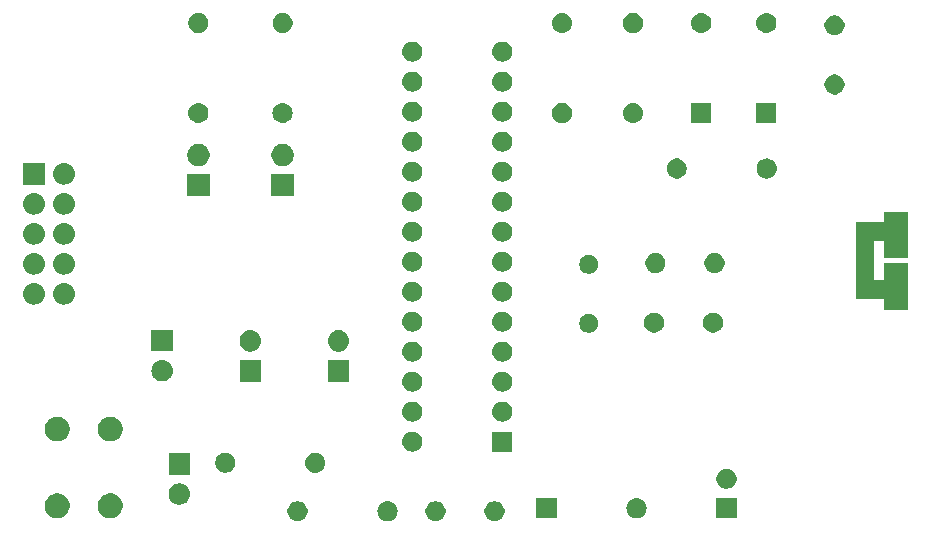
<source format=gbr>
%TF.GenerationSoftware,KiCad,Pcbnew,5.1.4-3.fc30*%
%TF.CreationDate,2019-10-13T14:14:48+02:00*%
%TF.ProjectId,usbasp,75736261-7370-42e6-9b69-6361645f7063,2.0*%
%TF.SameCoordinates,PX36f6758PY6c779b8*%
%TF.FileFunction,Soldermask,Top*%
%TF.FilePolarity,Negative*%
%FSLAX46Y46*%
G04 Gerber Fmt 4.6, Leading zero omitted, Abs format (unit mm)*
G04 Created by KiCad (PCBNEW 5.1.4-3.fc30) date 2019-10-13 14:14:48*
%MOMM*%
%LPD*%
G04 APERTURE LIST*
%ADD10C,0.150000*%
G04 APERTURE END LIST*
D10*
G36*
X35015623Y4194807D02*
G01*
X35176042Y4146144D01*
X35243161Y4110268D01*
X35323878Y4067124D01*
X35453459Y3960779D01*
X35559804Y3831198D01*
X35559805Y3831196D01*
X35638824Y3683362D01*
X35687487Y3522943D01*
X35703917Y3356120D01*
X35687487Y3189297D01*
X35638824Y3028878D01*
X35598277Y2953020D01*
X35559804Y2881042D01*
X35453459Y2751461D01*
X35323878Y2645116D01*
X35323876Y2645115D01*
X35176042Y2566096D01*
X35015623Y2517433D01*
X34890604Y2505120D01*
X34806996Y2505120D01*
X34681977Y2517433D01*
X34521558Y2566096D01*
X34373724Y2645115D01*
X34373722Y2645116D01*
X34244141Y2751461D01*
X34137796Y2881042D01*
X34099323Y2953020D01*
X34058776Y3028878D01*
X34010113Y3189297D01*
X33993683Y3356120D01*
X34010113Y3522943D01*
X34058776Y3683362D01*
X34137795Y3831196D01*
X34137796Y3831198D01*
X34244141Y3960779D01*
X34373722Y4067124D01*
X34454439Y4110268D01*
X34521558Y4146144D01*
X34681977Y4194807D01*
X34806996Y4207120D01*
X34890604Y4207120D01*
X35015623Y4194807D01*
X35015623Y4194807D01*
G37*
G36*
X39160628Y4174417D02*
G01*
X39315500Y4110267D01*
X39454881Y4017135D01*
X39573415Y3898601D01*
X39666547Y3759220D01*
X39730697Y3604348D01*
X39763400Y3439936D01*
X39763400Y3272304D01*
X39730697Y3107892D01*
X39666547Y2953020D01*
X39573415Y2813639D01*
X39454881Y2695105D01*
X39315500Y2601973D01*
X39160628Y2537823D01*
X38996216Y2505120D01*
X38828584Y2505120D01*
X38664172Y2537823D01*
X38509300Y2601973D01*
X38369919Y2695105D01*
X38251385Y2813639D01*
X38158253Y2953020D01*
X38094103Y3107892D01*
X38061400Y3272304D01*
X38061400Y3439936D01*
X38094103Y3604348D01*
X38158253Y3759220D01*
X38251385Y3898601D01*
X38369919Y4017135D01*
X38509300Y4110267D01*
X38664172Y4174417D01*
X38828584Y4207120D01*
X38996216Y4207120D01*
X39160628Y4174417D01*
X39160628Y4174417D01*
G37*
G36*
X44160628Y4174417D02*
G01*
X44315500Y4110267D01*
X44454881Y4017135D01*
X44573415Y3898601D01*
X44666547Y3759220D01*
X44730697Y3604348D01*
X44763400Y3439936D01*
X44763400Y3272304D01*
X44730697Y3107892D01*
X44666547Y2953020D01*
X44573415Y2813639D01*
X44454881Y2695105D01*
X44315500Y2601973D01*
X44160628Y2537823D01*
X43996216Y2505120D01*
X43828584Y2505120D01*
X43664172Y2537823D01*
X43509300Y2601973D01*
X43369919Y2695105D01*
X43251385Y2813639D01*
X43158253Y2953020D01*
X43094103Y3107892D01*
X43061400Y3272304D01*
X43061400Y3439936D01*
X43094103Y3604348D01*
X43158253Y3759220D01*
X43251385Y3898601D01*
X43369919Y4017135D01*
X43509300Y4110267D01*
X43664172Y4174417D01*
X43828584Y4207120D01*
X43996216Y4207120D01*
X44160628Y4174417D01*
X44160628Y4174417D01*
G37*
G36*
X27477028Y4174417D02*
G01*
X27631900Y4110267D01*
X27771281Y4017135D01*
X27889815Y3898601D01*
X27982947Y3759220D01*
X28047097Y3604348D01*
X28079800Y3439936D01*
X28079800Y3272304D01*
X28047097Y3107892D01*
X27982947Y2953020D01*
X27889815Y2813639D01*
X27771281Y2695105D01*
X27631900Y2601973D01*
X27477028Y2537823D01*
X27312616Y2505120D01*
X27144984Y2505120D01*
X26980572Y2537823D01*
X26825700Y2601973D01*
X26686319Y2695105D01*
X26567785Y2813639D01*
X26474653Y2953020D01*
X26410503Y3107892D01*
X26377800Y3272304D01*
X26377800Y3439936D01*
X26410503Y3604348D01*
X26474653Y3759220D01*
X26567785Y3898601D01*
X26686319Y4017135D01*
X26825700Y4110267D01*
X26980572Y4174417D01*
X27144984Y4207120D01*
X27312616Y4207120D01*
X27477028Y4174417D01*
X27477028Y4174417D01*
G37*
G36*
X64401400Y2755120D02*
G01*
X62699400Y2755120D01*
X62699400Y4457120D01*
X64401400Y4457120D01*
X64401400Y2755120D01*
X64401400Y2755120D01*
G37*
G36*
X56097223Y4444807D02*
G01*
X56257642Y4396144D01*
X56383344Y4328955D01*
X56405478Y4317124D01*
X56535059Y4210779D01*
X56641404Y4081198D01*
X56641405Y4081196D01*
X56720424Y3933362D01*
X56769087Y3772943D01*
X56785517Y3606120D01*
X56769087Y3439297D01*
X56720424Y3278878D01*
X56716910Y3272304D01*
X56641404Y3131042D01*
X56535059Y3001461D01*
X56405478Y2895116D01*
X56405476Y2895115D01*
X56257642Y2816096D01*
X56257639Y2816095D01*
X56227780Y2807037D01*
X56097223Y2767433D01*
X55972204Y2755120D01*
X55888596Y2755120D01*
X55763577Y2767433D01*
X55633020Y2807037D01*
X55603161Y2816095D01*
X55603158Y2816096D01*
X55455324Y2895115D01*
X55455322Y2895116D01*
X55325741Y3001461D01*
X55219396Y3131042D01*
X55143890Y3272304D01*
X55140376Y3278878D01*
X55091713Y3439297D01*
X55075283Y3606120D01*
X55091713Y3772943D01*
X55140376Y3933362D01*
X55219395Y4081196D01*
X55219396Y4081198D01*
X55325741Y4210779D01*
X55455322Y4317124D01*
X55477456Y4328955D01*
X55603158Y4396144D01*
X55763577Y4444807D01*
X55888596Y4457120D01*
X55972204Y4457120D01*
X56097223Y4444807D01*
X56097223Y4444807D01*
G37*
G36*
X49161400Y2755120D02*
G01*
X47459400Y2755120D01*
X47459400Y4457120D01*
X49161400Y4457120D01*
X49161400Y2755120D01*
X49161400Y2755120D01*
G37*
G36*
X7189964Y4841731D02*
G01*
X7381233Y4762505D01*
X7381235Y4762504D01*
X7553373Y4647485D01*
X7699765Y4501093D01*
X7814785Y4328953D01*
X7894011Y4137684D01*
X7934400Y3934636D01*
X7934400Y3727604D01*
X7894011Y3524556D01*
X7814785Y3333287D01*
X7814784Y3333285D01*
X7699765Y3161147D01*
X7553373Y3014755D01*
X7381235Y2899736D01*
X7381234Y2899735D01*
X7381233Y2899735D01*
X7189964Y2820509D01*
X6986916Y2780120D01*
X6779884Y2780120D01*
X6576836Y2820509D01*
X6385567Y2899735D01*
X6385566Y2899735D01*
X6385565Y2899736D01*
X6213427Y3014755D01*
X6067035Y3161147D01*
X5952016Y3333285D01*
X5952015Y3333287D01*
X5872789Y3524556D01*
X5832400Y3727604D01*
X5832400Y3934636D01*
X5872789Y4137684D01*
X5952015Y4328953D01*
X6067035Y4501093D01*
X6213427Y4647485D01*
X6385565Y4762504D01*
X6385567Y4762505D01*
X6576836Y4841731D01*
X6779884Y4882120D01*
X6986916Y4882120D01*
X7189964Y4841731D01*
X7189964Y4841731D01*
G37*
G36*
X11689964Y4841731D02*
G01*
X11881233Y4762505D01*
X11881235Y4762504D01*
X12053373Y4647485D01*
X12199765Y4501093D01*
X12314785Y4328953D01*
X12394011Y4137684D01*
X12434400Y3934636D01*
X12434400Y3727604D01*
X12394011Y3524556D01*
X12314785Y3333287D01*
X12314784Y3333285D01*
X12199765Y3161147D01*
X12053373Y3014755D01*
X11881235Y2899736D01*
X11881234Y2899735D01*
X11881233Y2899735D01*
X11689964Y2820509D01*
X11486916Y2780120D01*
X11279884Y2780120D01*
X11076836Y2820509D01*
X10885567Y2899735D01*
X10885566Y2899735D01*
X10885565Y2899736D01*
X10713427Y3014755D01*
X10567035Y3161147D01*
X10452016Y3333285D01*
X10452015Y3333287D01*
X10372789Y3524556D01*
X10332400Y3727604D01*
X10332400Y3934636D01*
X10372789Y4137684D01*
X10452015Y4328953D01*
X10567035Y4501093D01*
X10713427Y4647485D01*
X10885565Y4762504D01*
X10885567Y4762505D01*
X11076836Y4841731D01*
X11279884Y4882120D01*
X11486916Y4882120D01*
X11689964Y4841731D01*
X11689964Y4841731D01*
G37*
G36*
X17331642Y5715602D02*
G01*
X17397827Y5709083D01*
X17567666Y5657563D01*
X17724191Y5573898D01*
X17759929Y5544568D01*
X17861386Y5461306D01*
X17944648Y5359849D01*
X17973978Y5324111D01*
X18057643Y5167586D01*
X18109163Y4997747D01*
X18126559Y4821120D01*
X18109163Y4644493D01*
X18057643Y4474654D01*
X17973978Y4318129D01*
X17973153Y4317124D01*
X17861386Y4180934D01*
X17759929Y4097672D01*
X17724191Y4068342D01*
X17567666Y3984677D01*
X17397827Y3933157D01*
X17331642Y3926638D01*
X17265460Y3920120D01*
X17176940Y3920120D01*
X17110758Y3926638D01*
X17044573Y3933157D01*
X16874734Y3984677D01*
X16718209Y4068342D01*
X16682471Y4097672D01*
X16581014Y4180934D01*
X16469247Y4317124D01*
X16468422Y4318129D01*
X16384757Y4474654D01*
X16333237Y4644493D01*
X16315841Y4821120D01*
X16333237Y4997747D01*
X16384757Y5167586D01*
X16468422Y5324111D01*
X16497752Y5359849D01*
X16581014Y5461306D01*
X16682471Y5544568D01*
X16718209Y5573898D01*
X16874734Y5657563D01*
X17044573Y5709083D01*
X17110758Y5715602D01*
X17176940Y5722120D01*
X17265460Y5722120D01*
X17331642Y5715602D01*
X17331642Y5715602D01*
G37*
G36*
X63798628Y6924417D02*
G01*
X63953500Y6860267D01*
X64092881Y6767135D01*
X64211415Y6648601D01*
X64304547Y6509220D01*
X64368697Y6354348D01*
X64401400Y6189936D01*
X64401400Y6022304D01*
X64368697Y5857892D01*
X64304547Y5703020D01*
X64211415Y5563639D01*
X64092881Y5445105D01*
X63953500Y5351973D01*
X63798628Y5287823D01*
X63634216Y5255120D01*
X63466584Y5255120D01*
X63302172Y5287823D01*
X63147300Y5351973D01*
X63007919Y5445105D01*
X62889385Y5563639D01*
X62796253Y5703020D01*
X62732103Y5857892D01*
X62699400Y6022304D01*
X62699400Y6189936D01*
X62732103Y6354348D01*
X62796253Y6509220D01*
X62889385Y6648601D01*
X63007919Y6767135D01*
X63147300Y6860267D01*
X63302172Y6924417D01*
X63466584Y6957120D01*
X63634216Y6957120D01*
X63798628Y6924417D01*
X63798628Y6924417D01*
G37*
G36*
X18122200Y6460120D02*
G01*
X16320200Y6460120D01*
X16320200Y8262120D01*
X18122200Y8262120D01*
X18122200Y6460120D01*
X18122200Y6460120D01*
G37*
G36*
X21355628Y8293417D02*
G01*
X21510500Y8229267D01*
X21649881Y8136135D01*
X21768415Y8017601D01*
X21861547Y7878220D01*
X21925697Y7723348D01*
X21958400Y7558936D01*
X21958400Y7391304D01*
X21925697Y7226892D01*
X21861547Y7072020D01*
X21768415Y6932639D01*
X21649881Y6814105D01*
X21510500Y6720973D01*
X21355628Y6656823D01*
X21191216Y6624120D01*
X21023584Y6624120D01*
X20859172Y6656823D01*
X20704300Y6720973D01*
X20564919Y6814105D01*
X20446385Y6932639D01*
X20353253Y7072020D01*
X20289103Y7226892D01*
X20256400Y7391304D01*
X20256400Y7558936D01*
X20289103Y7723348D01*
X20353253Y7878220D01*
X20446385Y8017601D01*
X20564919Y8136135D01*
X20704300Y8229267D01*
X20859172Y8293417D01*
X21023584Y8326120D01*
X21191216Y8326120D01*
X21355628Y8293417D01*
X21355628Y8293417D01*
G37*
G36*
X28894223Y8313807D02*
G01*
X29054642Y8265144D01*
X29121761Y8229268D01*
X29202478Y8186124D01*
X29332059Y8079779D01*
X29438404Y7950198D01*
X29438405Y7950196D01*
X29517424Y7802362D01*
X29566087Y7641943D01*
X29582517Y7475120D01*
X29566087Y7308297D01*
X29517424Y7147878D01*
X29476877Y7072020D01*
X29438404Y7000042D01*
X29332059Y6870461D01*
X29202478Y6764116D01*
X29202476Y6764115D01*
X29054642Y6685096D01*
X28894223Y6636433D01*
X28769204Y6624120D01*
X28685596Y6624120D01*
X28560577Y6636433D01*
X28400158Y6685096D01*
X28252324Y6764115D01*
X28252322Y6764116D01*
X28122741Y6870461D01*
X28016396Y7000042D01*
X27977923Y7072020D01*
X27937376Y7147878D01*
X27888713Y7308297D01*
X27872283Y7475120D01*
X27888713Y7641943D01*
X27937376Y7802362D01*
X28016395Y7950196D01*
X28016396Y7950198D01*
X28122741Y8079779D01*
X28252322Y8186124D01*
X28333039Y8229268D01*
X28400158Y8265144D01*
X28560577Y8313807D01*
X28685596Y8326120D01*
X28769204Y8326120D01*
X28894223Y8313807D01*
X28894223Y8313807D01*
G37*
G36*
X45417400Y8410120D02*
G01*
X43715400Y8410120D01*
X43715400Y10112120D01*
X45417400Y10112120D01*
X45417400Y8410120D01*
X45417400Y8410120D01*
G37*
G36*
X37113223Y10099807D02*
G01*
X37273642Y10051144D01*
X37323386Y10024555D01*
X37421478Y9972124D01*
X37551059Y9865779D01*
X37657404Y9736198D01*
X37657405Y9736196D01*
X37736424Y9588362D01*
X37785087Y9427943D01*
X37801517Y9261120D01*
X37785087Y9094297D01*
X37736424Y8933878D01*
X37665514Y8801214D01*
X37657404Y8786042D01*
X37551059Y8656461D01*
X37421478Y8550116D01*
X37421476Y8550115D01*
X37273642Y8471096D01*
X37113223Y8422433D01*
X36988204Y8410120D01*
X36904596Y8410120D01*
X36779577Y8422433D01*
X36619158Y8471096D01*
X36471324Y8550115D01*
X36471322Y8550116D01*
X36341741Y8656461D01*
X36235396Y8786042D01*
X36227286Y8801214D01*
X36156376Y8933878D01*
X36107713Y9094297D01*
X36091283Y9261120D01*
X36107713Y9427943D01*
X36156376Y9588362D01*
X36235395Y9736196D01*
X36235396Y9736198D01*
X36341741Y9865779D01*
X36471322Y9972124D01*
X36569414Y10024555D01*
X36619158Y10051144D01*
X36779577Y10099807D01*
X36904596Y10112120D01*
X36988204Y10112120D01*
X37113223Y10099807D01*
X37113223Y10099807D01*
G37*
G36*
X7189964Y11341731D02*
G01*
X7381233Y11262505D01*
X7381235Y11262504D01*
X7480075Y11196461D01*
X7553373Y11147485D01*
X7699765Y11001093D01*
X7814785Y10828953D01*
X7894011Y10637684D01*
X7934400Y10434636D01*
X7934400Y10227604D01*
X7894011Y10024556D01*
X7814785Y9833287D01*
X7814784Y9833285D01*
X7699765Y9661147D01*
X7553373Y9514755D01*
X7381235Y9399736D01*
X7381234Y9399735D01*
X7381233Y9399735D01*
X7189964Y9320509D01*
X6986916Y9280120D01*
X6779884Y9280120D01*
X6576836Y9320509D01*
X6385567Y9399735D01*
X6385566Y9399735D01*
X6385565Y9399736D01*
X6213427Y9514755D01*
X6067035Y9661147D01*
X5952016Y9833285D01*
X5952015Y9833287D01*
X5872789Y10024556D01*
X5832400Y10227604D01*
X5832400Y10434636D01*
X5872789Y10637684D01*
X5952015Y10828953D01*
X6067035Y11001093D01*
X6213427Y11147485D01*
X6286725Y11196461D01*
X6385565Y11262504D01*
X6385567Y11262505D01*
X6576836Y11341731D01*
X6779884Y11382120D01*
X6986916Y11382120D01*
X7189964Y11341731D01*
X7189964Y11341731D01*
G37*
G36*
X11689964Y11341731D02*
G01*
X11881233Y11262505D01*
X11881235Y11262504D01*
X11980075Y11196461D01*
X12053373Y11147485D01*
X12199765Y11001093D01*
X12314785Y10828953D01*
X12394011Y10637684D01*
X12434400Y10434636D01*
X12434400Y10227604D01*
X12394011Y10024556D01*
X12314785Y9833287D01*
X12314784Y9833285D01*
X12199765Y9661147D01*
X12053373Y9514755D01*
X11881235Y9399736D01*
X11881234Y9399735D01*
X11881233Y9399735D01*
X11689964Y9320509D01*
X11486916Y9280120D01*
X11279884Y9280120D01*
X11076836Y9320509D01*
X10885567Y9399735D01*
X10885566Y9399735D01*
X10885565Y9399736D01*
X10713427Y9514755D01*
X10567035Y9661147D01*
X10452016Y9833285D01*
X10452015Y9833287D01*
X10372789Y10024556D01*
X10332400Y10227604D01*
X10332400Y10434636D01*
X10372789Y10637684D01*
X10452015Y10828953D01*
X10567035Y11001093D01*
X10713427Y11147485D01*
X10786725Y11196461D01*
X10885565Y11262504D01*
X10885567Y11262505D01*
X11076836Y11341731D01*
X11279884Y11382120D01*
X11486916Y11382120D01*
X11689964Y11341731D01*
X11689964Y11341731D01*
G37*
G36*
X44733223Y12639807D02*
G01*
X44893642Y12591144D01*
X45026306Y12520234D01*
X45041478Y12512124D01*
X45171059Y12405779D01*
X45277404Y12276198D01*
X45277405Y12276196D01*
X45356424Y12128362D01*
X45405087Y11967943D01*
X45421517Y11801120D01*
X45405087Y11634297D01*
X45356424Y11473878D01*
X45307378Y11382120D01*
X45277404Y11326042D01*
X45171059Y11196461D01*
X45041478Y11090116D01*
X45041476Y11090115D01*
X44893642Y11011096D01*
X44733223Y10962433D01*
X44608204Y10950120D01*
X44524596Y10950120D01*
X44399577Y10962433D01*
X44239158Y11011096D01*
X44091324Y11090115D01*
X44091322Y11090116D01*
X43961741Y11196461D01*
X43855396Y11326042D01*
X43825422Y11382120D01*
X43776376Y11473878D01*
X43727713Y11634297D01*
X43711283Y11801120D01*
X43727713Y11967943D01*
X43776376Y12128362D01*
X43855395Y12276196D01*
X43855396Y12276198D01*
X43961741Y12405779D01*
X44091322Y12512124D01*
X44106494Y12520234D01*
X44239158Y12591144D01*
X44399577Y12639807D01*
X44524596Y12652120D01*
X44608204Y12652120D01*
X44733223Y12639807D01*
X44733223Y12639807D01*
G37*
G36*
X37113223Y12639807D02*
G01*
X37273642Y12591144D01*
X37406306Y12520234D01*
X37421478Y12512124D01*
X37551059Y12405779D01*
X37657404Y12276198D01*
X37657405Y12276196D01*
X37736424Y12128362D01*
X37785087Y11967943D01*
X37801517Y11801120D01*
X37785087Y11634297D01*
X37736424Y11473878D01*
X37687378Y11382120D01*
X37657404Y11326042D01*
X37551059Y11196461D01*
X37421478Y11090116D01*
X37421476Y11090115D01*
X37273642Y11011096D01*
X37113223Y10962433D01*
X36988204Y10950120D01*
X36904596Y10950120D01*
X36779577Y10962433D01*
X36619158Y11011096D01*
X36471324Y11090115D01*
X36471322Y11090116D01*
X36341741Y11196461D01*
X36235396Y11326042D01*
X36205422Y11382120D01*
X36156376Y11473878D01*
X36107713Y11634297D01*
X36091283Y11801120D01*
X36107713Y11967943D01*
X36156376Y12128362D01*
X36235395Y12276196D01*
X36235396Y12276198D01*
X36341741Y12405779D01*
X36471322Y12512124D01*
X36486494Y12520234D01*
X36619158Y12591144D01*
X36779577Y12639807D01*
X36904596Y12652120D01*
X36988204Y12652120D01*
X37113223Y12639807D01*
X37113223Y12639807D01*
G37*
G36*
X44733223Y15179807D02*
G01*
X44893642Y15131144D01*
X45001686Y15073393D01*
X45041478Y15052124D01*
X45171059Y14945779D01*
X45277404Y14816198D01*
X45277405Y14816196D01*
X45356424Y14668362D01*
X45405087Y14507943D01*
X45421517Y14341120D01*
X45405087Y14174297D01*
X45356424Y14013878D01*
X45285514Y13881214D01*
X45277404Y13866042D01*
X45171059Y13736461D01*
X45041478Y13630116D01*
X45041476Y13630115D01*
X44893642Y13551096D01*
X44733223Y13502433D01*
X44608204Y13490120D01*
X44524596Y13490120D01*
X44399577Y13502433D01*
X44239158Y13551096D01*
X44091324Y13630115D01*
X44091322Y13630116D01*
X43961741Y13736461D01*
X43855396Y13866042D01*
X43847286Y13881214D01*
X43776376Y14013878D01*
X43727713Y14174297D01*
X43711283Y14341120D01*
X43727713Y14507943D01*
X43776376Y14668362D01*
X43855395Y14816196D01*
X43855396Y14816198D01*
X43961741Y14945779D01*
X44091322Y15052124D01*
X44131114Y15073393D01*
X44239158Y15131144D01*
X44399577Y15179807D01*
X44524596Y15192120D01*
X44608204Y15192120D01*
X44733223Y15179807D01*
X44733223Y15179807D01*
G37*
G36*
X37113223Y15179807D02*
G01*
X37273642Y15131144D01*
X37381686Y15073393D01*
X37421478Y15052124D01*
X37551059Y14945779D01*
X37657404Y14816198D01*
X37657405Y14816196D01*
X37736424Y14668362D01*
X37785087Y14507943D01*
X37801517Y14341120D01*
X37785087Y14174297D01*
X37736424Y14013878D01*
X37665514Y13881214D01*
X37657404Y13866042D01*
X37551059Y13736461D01*
X37421478Y13630116D01*
X37421476Y13630115D01*
X37273642Y13551096D01*
X37113223Y13502433D01*
X36988204Y13490120D01*
X36904596Y13490120D01*
X36779577Y13502433D01*
X36619158Y13551096D01*
X36471324Y13630115D01*
X36471322Y13630116D01*
X36341741Y13736461D01*
X36235396Y13866042D01*
X36227286Y13881214D01*
X36156376Y14013878D01*
X36107713Y14174297D01*
X36091283Y14341120D01*
X36107713Y14507943D01*
X36156376Y14668362D01*
X36235395Y14816196D01*
X36235396Y14816198D01*
X36341741Y14945779D01*
X36471322Y15052124D01*
X36511114Y15073393D01*
X36619158Y15131144D01*
X36779577Y15179807D01*
X36904596Y15192120D01*
X36988204Y15192120D01*
X37113223Y15179807D01*
X37113223Y15179807D01*
G37*
G36*
X24131500Y14339020D02*
G01*
X22329500Y14339020D01*
X22329500Y16141020D01*
X24131500Y16141020D01*
X24131500Y14339020D01*
X24131500Y14339020D01*
G37*
G36*
X31599400Y14339020D02*
G01*
X29797400Y14339020D01*
X29797400Y16141020D01*
X31599400Y16141020D01*
X31599400Y14339020D01*
X31599400Y14339020D01*
G37*
G36*
X15872943Y16144501D02*
G01*
X15939127Y16137983D01*
X16108966Y16086463D01*
X16265491Y16002798D01*
X16301229Y15973468D01*
X16402686Y15890206D01*
X16485948Y15788749D01*
X16515278Y15753011D01*
X16598943Y15596486D01*
X16650463Y15426647D01*
X16667859Y15250020D01*
X16650463Y15073393D01*
X16598943Y14903554D01*
X16515278Y14747029D01*
X16485948Y14711291D01*
X16402686Y14609834D01*
X16301229Y14526572D01*
X16265491Y14497242D01*
X16108966Y14413577D01*
X15939127Y14362057D01*
X15872942Y14355538D01*
X15806760Y14349020D01*
X15718240Y14349020D01*
X15652057Y14355539D01*
X15585873Y14362057D01*
X15416034Y14413577D01*
X15259509Y14497242D01*
X15223771Y14526572D01*
X15122314Y14609834D01*
X15039052Y14711291D01*
X15009722Y14747029D01*
X14926057Y14903554D01*
X14874537Y15073393D01*
X14857141Y15250020D01*
X14874537Y15426647D01*
X14926057Y15596486D01*
X15009722Y15753011D01*
X15039052Y15788749D01*
X15122314Y15890206D01*
X15223771Y15973468D01*
X15259509Y16002798D01*
X15416034Y16086463D01*
X15585873Y16137983D01*
X15652057Y16144501D01*
X15718240Y16151020D01*
X15806760Y16151020D01*
X15872943Y16144501D01*
X15872943Y16144501D01*
G37*
G36*
X44733223Y17719807D02*
G01*
X44893642Y17671144D01*
X45020391Y17603395D01*
X45041478Y17592124D01*
X45171059Y17485779D01*
X45277404Y17356198D01*
X45277405Y17356196D01*
X45356424Y17208362D01*
X45405087Y17047943D01*
X45421517Y16881120D01*
X45405087Y16714297D01*
X45356424Y16553878D01*
X45285514Y16421214D01*
X45277404Y16406042D01*
X45171059Y16276461D01*
X45041478Y16170116D01*
X45041476Y16170115D01*
X44893642Y16091096D01*
X44733223Y16042433D01*
X44608204Y16030120D01*
X44524596Y16030120D01*
X44399577Y16042433D01*
X44239158Y16091096D01*
X44091324Y16170115D01*
X44091322Y16170116D01*
X43961741Y16276461D01*
X43855396Y16406042D01*
X43847286Y16421214D01*
X43776376Y16553878D01*
X43727713Y16714297D01*
X43711283Y16881120D01*
X43727713Y17047943D01*
X43776376Y17208362D01*
X43855395Y17356196D01*
X43855396Y17356198D01*
X43961741Y17485779D01*
X44091322Y17592124D01*
X44112409Y17603395D01*
X44239158Y17671144D01*
X44399577Y17719807D01*
X44524596Y17732120D01*
X44608204Y17732120D01*
X44733223Y17719807D01*
X44733223Y17719807D01*
G37*
G36*
X37113223Y17719807D02*
G01*
X37273642Y17671144D01*
X37400391Y17603395D01*
X37421478Y17592124D01*
X37551059Y17485779D01*
X37657404Y17356198D01*
X37657405Y17356196D01*
X37736424Y17208362D01*
X37785087Y17047943D01*
X37801517Y16881120D01*
X37785087Y16714297D01*
X37736424Y16553878D01*
X37665514Y16421214D01*
X37657404Y16406042D01*
X37551059Y16276461D01*
X37421478Y16170116D01*
X37421476Y16170115D01*
X37273642Y16091096D01*
X37113223Y16042433D01*
X36988204Y16030120D01*
X36904596Y16030120D01*
X36779577Y16042433D01*
X36619158Y16091096D01*
X36471324Y16170115D01*
X36471322Y16170116D01*
X36341741Y16276461D01*
X36235396Y16406042D01*
X36227286Y16421214D01*
X36156376Y16553878D01*
X36107713Y16714297D01*
X36091283Y16881120D01*
X36107713Y17047943D01*
X36156376Y17208362D01*
X36235395Y17356196D01*
X36235396Y17356198D01*
X36341741Y17485779D01*
X36471322Y17592124D01*
X36492409Y17603395D01*
X36619158Y17671144D01*
X36779577Y17719807D01*
X36904596Y17732120D01*
X36988204Y17732120D01*
X37113223Y17719807D01*
X37113223Y17719807D01*
G37*
G36*
X30808842Y18674502D02*
G01*
X30875027Y18667983D01*
X31044866Y18616463D01*
X31201391Y18532798D01*
X31237129Y18503468D01*
X31338586Y18420206D01*
X31421848Y18318749D01*
X31451178Y18283011D01*
X31534843Y18126486D01*
X31586363Y17956647D01*
X31603759Y17780020D01*
X31586363Y17603393D01*
X31534843Y17433554D01*
X31451178Y17277029D01*
X31421848Y17241291D01*
X31338586Y17139834D01*
X31237129Y17056572D01*
X31201391Y17027242D01*
X31044866Y16943577D01*
X30875027Y16892057D01*
X30808843Y16885539D01*
X30742660Y16879020D01*
X30654140Y16879020D01*
X30587957Y16885539D01*
X30521773Y16892057D01*
X30351934Y16943577D01*
X30195409Y17027242D01*
X30159671Y17056572D01*
X30058214Y17139834D01*
X29974952Y17241291D01*
X29945622Y17277029D01*
X29861957Y17433554D01*
X29810437Y17603393D01*
X29793041Y17780020D01*
X29810437Y17956647D01*
X29861957Y18126486D01*
X29945622Y18283011D01*
X29974952Y18318749D01*
X30058214Y18420206D01*
X30159671Y18503468D01*
X30195409Y18532798D01*
X30351934Y18616463D01*
X30521773Y18667983D01*
X30587958Y18674502D01*
X30654140Y18681020D01*
X30742660Y18681020D01*
X30808842Y18674502D01*
X30808842Y18674502D01*
G37*
G36*
X23340942Y18674502D02*
G01*
X23407127Y18667983D01*
X23576966Y18616463D01*
X23733491Y18532798D01*
X23769229Y18503468D01*
X23870686Y18420206D01*
X23953948Y18318749D01*
X23983278Y18283011D01*
X24066943Y18126486D01*
X24118463Y17956647D01*
X24135859Y17780020D01*
X24118463Y17603393D01*
X24066943Y17433554D01*
X23983278Y17277029D01*
X23953948Y17241291D01*
X23870686Y17139834D01*
X23769229Y17056572D01*
X23733491Y17027242D01*
X23576966Y16943577D01*
X23407127Y16892057D01*
X23340943Y16885539D01*
X23274760Y16879020D01*
X23186240Y16879020D01*
X23120057Y16885539D01*
X23053873Y16892057D01*
X22884034Y16943577D01*
X22727509Y17027242D01*
X22691771Y17056572D01*
X22590314Y17139834D01*
X22507052Y17241291D01*
X22477722Y17277029D01*
X22394057Y17433554D01*
X22342537Y17603393D01*
X22325141Y17780020D01*
X22342537Y17956647D01*
X22394057Y18126486D01*
X22477722Y18283011D01*
X22507052Y18318749D01*
X22590314Y18420206D01*
X22691771Y18503468D01*
X22727509Y18532798D01*
X22884034Y18616463D01*
X23053873Y18667983D01*
X23120058Y18674502D01*
X23186240Y18681020D01*
X23274760Y18681020D01*
X23340942Y18674502D01*
X23340942Y18674502D01*
G37*
G36*
X16663500Y16889020D02*
G01*
X14861500Y16889020D01*
X14861500Y18691020D01*
X16663500Y18691020D01*
X16663500Y16889020D01*
X16663500Y16889020D01*
G37*
G36*
X52119042Y20038639D02*
G01*
X52264814Y19978258D01*
X52264816Y19978257D01*
X52396008Y19890598D01*
X52507578Y19779028D01*
X52595237Y19647836D01*
X52595238Y19647834D01*
X52655619Y19502062D01*
X52686400Y19347313D01*
X52686400Y19189527D01*
X52655619Y19034778D01*
X52595238Y18889006D01*
X52595237Y18889004D01*
X52507578Y18757812D01*
X52396008Y18646242D01*
X52264816Y18558583D01*
X52264815Y18558582D01*
X52264814Y18558582D01*
X52119042Y18498201D01*
X51964293Y18467420D01*
X51806507Y18467420D01*
X51651758Y18498201D01*
X51505986Y18558582D01*
X51505985Y18558582D01*
X51505984Y18558583D01*
X51374792Y18646242D01*
X51263222Y18757812D01*
X51175563Y18889004D01*
X51175562Y18889006D01*
X51115181Y19034778D01*
X51084400Y19189527D01*
X51084400Y19347313D01*
X51115181Y19502062D01*
X51175562Y19647834D01*
X51175563Y19647836D01*
X51263222Y19779028D01*
X51374792Y19890598D01*
X51505984Y19978257D01*
X51505986Y19978258D01*
X51651758Y20038639D01*
X51806507Y20069420D01*
X51964293Y20069420D01*
X52119042Y20038639D01*
X52119042Y20038639D01*
G37*
G36*
X57671628Y20152817D02*
G01*
X57826500Y20088667D01*
X57965881Y19995535D01*
X58084415Y19877001D01*
X58177547Y19737620D01*
X58241697Y19582748D01*
X58274400Y19418336D01*
X58274400Y19250704D01*
X58241697Y19086292D01*
X58177547Y18931420D01*
X58084415Y18792039D01*
X57965881Y18673505D01*
X57826500Y18580373D01*
X57671628Y18516223D01*
X57507216Y18483520D01*
X57339584Y18483520D01*
X57175172Y18516223D01*
X57020300Y18580373D01*
X56880919Y18673505D01*
X56762385Y18792039D01*
X56669253Y18931420D01*
X56605103Y19086292D01*
X56572400Y19250704D01*
X56572400Y19418336D01*
X56605103Y19582748D01*
X56669253Y19737620D01*
X56762385Y19877001D01*
X56880919Y19995535D01*
X57020300Y20088667D01*
X57175172Y20152817D01*
X57339584Y20185520D01*
X57507216Y20185520D01*
X57671628Y20152817D01*
X57671628Y20152817D01*
G37*
G36*
X62671628Y20152817D02*
G01*
X62826500Y20088667D01*
X62965881Y19995535D01*
X63084415Y19877001D01*
X63177547Y19737620D01*
X63241697Y19582748D01*
X63274400Y19418336D01*
X63274400Y19250704D01*
X63241697Y19086292D01*
X63177547Y18931420D01*
X63084415Y18792039D01*
X62965881Y18673505D01*
X62826500Y18580373D01*
X62671628Y18516223D01*
X62507216Y18483520D01*
X62339584Y18483520D01*
X62175172Y18516223D01*
X62020300Y18580373D01*
X61880919Y18673505D01*
X61762385Y18792039D01*
X61669253Y18931420D01*
X61605103Y19086292D01*
X61572400Y19250704D01*
X61572400Y19418336D01*
X61605103Y19582748D01*
X61669253Y19737620D01*
X61762385Y19877001D01*
X61880919Y19995535D01*
X62020300Y20088667D01*
X62175172Y20152817D01*
X62339584Y20185520D01*
X62507216Y20185520D01*
X62671628Y20152817D01*
X62671628Y20152817D01*
G37*
G36*
X44733223Y20259807D02*
G01*
X44893642Y20211144D01*
X45002764Y20152817D01*
X45041478Y20132124D01*
X45171059Y20025779D01*
X45277404Y19896198D01*
X45277405Y19896196D01*
X45356424Y19748362D01*
X45356425Y19748359D01*
X45365483Y19718500D01*
X45405087Y19587943D01*
X45421517Y19421120D01*
X45405087Y19254297D01*
X45356424Y19093878D01*
X45285514Y18961214D01*
X45277404Y18946042D01*
X45171059Y18816461D01*
X45041478Y18710116D01*
X45041476Y18710115D01*
X44893642Y18631096D01*
X44733223Y18582433D01*
X44608204Y18570120D01*
X44524596Y18570120D01*
X44399577Y18582433D01*
X44239158Y18631096D01*
X44091324Y18710115D01*
X44091322Y18710116D01*
X43961741Y18816461D01*
X43855396Y18946042D01*
X43847286Y18961214D01*
X43776376Y19093878D01*
X43727713Y19254297D01*
X43711283Y19421120D01*
X43727713Y19587943D01*
X43767317Y19718500D01*
X43776375Y19748359D01*
X43776376Y19748362D01*
X43855395Y19896196D01*
X43855396Y19896198D01*
X43961741Y20025779D01*
X44091322Y20132124D01*
X44130036Y20152817D01*
X44239158Y20211144D01*
X44399577Y20259807D01*
X44524596Y20272120D01*
X44608204Y20272120D01*
X44733223Y20259807D01*
X44733223Y20259807D01*
G37*
G36*
X37113223Y20259807D02*
G01*
X37273642Y20211144D01*
X37382764Y20152817D01*
X37421478Y20132124D01*
X37551059Y20025779D01*
X37657404Y19896198D01*
X37657405Y19896196D01*
X37736424Y19748362D01*
X37736425Y19748359D01*
X37745483Y19718500D01*
X37785087Y19587943D01*
X37801517Y19421120D01*
X37785087Y19254297D01*
X37736424Y19093878D01*
X37665514Y18961214D01*
X37657404Y18946042D01*
X37551059Y18816461D01*
X37421478Y18710116D01*
X37421476Y18710115D01*
X37273642Y18631096D01*
X37113223Y18582433D01*
X36988204Y18570120D01*
X36904596Y18570120D01*
X36779577Y18582433D01*
X36619158Y18631096D01*
X36471324Y18710115D01*
X36471322Y18710116D01*
X36341741Y18816461D01*
X36235396Y18946042D01*
X36227286Y18961214D01*
X36156376Y19093878D01*
X36107713Y19254297D01*
X36091283Y19421120D01*
X36107713Y19587943D01*
X36147317Y19718500D01*
X36156375Y19748359D01*
X36156376Y19748362D01*
X36235395Y19896196D01*
X36235396Y19896198D01*
X36341741Y20025779D01*
X36471322Y20132124D01*
X36510036Y20152817D01*
X36619158Y20211144D01*
X36779577Y20259807D01*
X36904596Y20272120D01*
X36988204Y20272120D01*
X37113223Y20259807D01*
X37113223Y20259807D01*
G37*
G36*
X78927400Y24778020D02*
G01*
X76925400Y24778020D01*
X76925400Y26125521D01*
X76922998Y26149907D01*
X76915885Y26173356D01*
X76904334Y26194967D01*
X76888789Y26213909D01*
X76869847Y26229454D01*
X76848236Y26241005D01*
X76824787Y26248118D01*
X76800401Y26250520D01*
X76132399Y26250520D01*
X76108013Y26248118D01*
X76084564Y26241005D01*
X76062953Y26229454D01*
X76044011Y26213909D01*
X76028466Y26194967D01*
X76016915Y26173356D01*
X76009802Y26149907D01*
X76007400Y26125521D01*
X76007400Y23027519D01*
X76009802Y23003133D01*
X76016915Y22979684D01*
X76028466Y22958073D01*
X76044011Y22939131D01*
X76062953Y22923586D01*
X76084564Y22912035D01*
X76108013Y22904922D01*
X76132399Y22902520D01*
X76800401Y22902520D01*
X76824787Y22904922D01*
X76848236Y22912035D01*
X76869847Y22923586D01*
X76888789Y22939131D01*
X76904334Y22958073D01*
X76915885Y22979684D01*
X76922998Y23003133D01*
X76925400Y23027519D01*
X76925400Y24375020D01*
X78927400Y24375020D01*
X78927400Y20428020D01*
X76925400Y20428020D01*
X76925400Y21200521D01*
X76922998Y21224907D01*
X76915885Y21248356D01*
X76904334Y21269967D01*
X76888789Y21288909D01*
X76869847Y21304454D01*
X76848236Y21316005D01*
X76824787Y21323118D01*
X76800401Y21325520D01*
X74525400Y21325520D01*
X74525400Y27827520D01*
X76800401Y27827520D01*
X76824787Y27829922D01*
X76848236Y27837035D01*
X76869847Y27848586D01*
X76888789Y27864131D01*
X76904334Y27883073D01*
X76915885Y27904684D01*
X76922998Y27928133D01*
X76925400Y27952519D01*
X76925400Y28725020D01*
X78927400Y28725020D01*
X78927400Y24778020D01*
X78927400Y24778020D01*
G37*
G36*
X5094194Y22676787D02*
G01*
X5266595Y22624489D01*
X5425483Y22539562D01*
X5564749Y22425269D01*
X5679042Y22286003D01*
X5763969Y22127115D01*
X5816267Y21954714D01*
X5833925Y21775420D01*
X5816267Y21596126D01*
X5763969Y21423725D01*
X5679042Y21264837D01*
X5564749Y21125571D01*
X5425483Y21011278D01*
X5266595Y20926351D01*
X5094194Y20874053D01*
X4959831Y20860820D01*
X4869969Y20860820D01*
X4735606Y20874053D01*
X4563205Y20926351D01*
X4404317Y21011278D01*
X4265051Y21125571D01*
X4150758Y21264837D01*
X4065831Y21423725D01*
X4013533Y21596126D01*
X3995875Y21775420D01*
X4013533Y21954714D01*
X4065831Y22127115D01*
X4150758Y22286003D01*
X4265051Y22425269D01*
X4404317Y22539562D01*
X4563205Y22624489D01*
X4735606Y22676787D01*
X4869969Y22690020D01*
X4959831Y22690020D01*
X5094194Y22676787D01*
X5094194Y22676787D01*
G37*
G36*
X7634194Y22676787D02*
G01*
X7806595Y22624489D01*
X7965483Y22539562D01*
X8104749Y22425269D01*
X8219042Y22286003D01*
X8303969Y22127115D01*
X8356267Y21954714D01*
X8373925Y21775420D01*
X8356267Y21596126D01*
X8303969Y21423725D01*
X8219042Y21264837D01*
X8104749Y21125571D01*
X7965483Y21011278D01*
X7806595Y20926351D01*
X7634194Y20874053D01*
X7499831Y20860820D01*
X7409969Y20860820D01*
X7275606Y20874053D01*
X7103205Y20926351D01*
X6944317Y21011278D01*
X6805051Y21125571D01*
X6690758Y21264837D01*
X6605831Y21423725D01*
X6553533Y21596126D01*
X6535875Y21775420D01*
X6553533Y21954714D01*
X6605831Y22127115D01*
X6690758Y22286003D01*
X6805051Y22425269D01*
X6944317Y22539562D01*
X7103205Y22624489D01*
X7275606Y22676787D01*
X7409969Y22690020D01*
X7499831Y22690020D01*
X7634194Y22676787D01*
X7634194Y22676787D01*
G37*
G36*
X44733223Y22799807D02*
G01*
X44893642Y22751144D01*
X45007997Y22690020D01*
X45041478Y22672124D01*
X45171059Y22565779D01*
X45277404Y22436198D01*
X45277405Y22436196D01*
X45356424Y22288362D01*
X45405087Y22127943D01*
X45421517Y21961120D01*
X45405087Y21794297D01*
X45356424Y21633878D01*
X45336245Y21596126D01*
X45277404Y21486042D01*
X45171059Y21356461D01*
X45041478Y21250116D01*
X45041476Y21250115D01*
X44893642Y21171096D01*
X44733223Y21122433D01*
X44608204Y21110120D01*
X44524596Y21110120D01*
X44399577Y21122433D01*
X44239158Y21171096D01*
X44091324Y21250115D01*
X44091322Y21250116D01*
X43961741Y21356461D01*
X43855396Y21486042D01*
X43796555Y21596126D01*
X43776376Y21633878D01*
X43727713Y21794297D01*
X43711283Y21961120D01*
X43727713Y22127943D01*
X43776376Y22288362D01*
X43855395Y22436196D01*
X43855396Y22436198D01*
X43961741Y22565779D01*
X44091322Y22672124D01*
X44124803Y22690020D01*
X44239158Y22751144D01*
X44399577Y22799807D01*
X44524596Y22812120D01*
X44608204Y22812120D01*
X44733223Y22799807D01*
X44733223Y22799807D01*
G37*
G36*
X37113223Y22799807D02*
G01*
X37273642Y22751144D01*
X37387997Y22690020D01*
X37421478Y22672124D01*
X37551059Y22565779D01*
X37657404Y22436198D01*
X37657405Y22436196D01*
X37736424Y22288362D01*
X37785087Y22127943D01*
X37801517Y21961120D01*
X37785087Y21794297D01*
X37736424Y21633878D01*
X37716245Y21596126D01*
X37657404Y21486042D01*
X37551059Y21356461D01*
X37421478Y21250116D01*
X37421476Y21250115D01*
X37273642Y21171096D01*
X37113223Y21122433D01*
X36988204Y21110120D01*
X36904596Y21110120D01*
X36779577Y21122433D01*
X36619158Y21171096D01*
X36471324Y21250115D01*
X36471322Y21250116D01*
X36341741Y21356461D01*
X36235396Y21486042D01*
X36176555Y21596126D01*
X36156376Y21633878D01*
X36107713Y21794297D01*
X36091283Y21961120D01*
X36107713Y22127943D01*
X36156376Y22288362D01*
X36235395Y22436196D01*
X36235396Y22436198D01*
X36341741Y22565779D01*
X36471322Y22672124D01*
X36504803Y22690020D01*
X36619158Y22751144D01*
X36779577Y22799807D01*
X36904596Y22812120D01*
X36988204Y22812120D01*
X37113223Y22799807D01*
X37113223Y22799807D01*
G37*
G36*
X5094194Y25216787D02*
G01*
X5266595Y25164489D01*
X5425483Y25079562D01*
X5564749Y24965269D01*
X5679042Y24826003D01*
X5763969Y24667115D01*
X5816267Y24494714D01*
X5833925Y24315420D01*
X5816267Y24136126D01*
X5763969Y23963725D01*
X5679042Y23804837D01*
X5564749Y23665571D01*
X5425483Y23551278D01*
X5266595Y23466351D01*
X5094194Y23414053D01*
X4959831Y23400820D01*
X4869969Y23400820D01*
X4735606Y23414053D01*
X4563205Y23466351D01*
X4404317Y23551278D01*
X4265051Y23665571D01*
X4150758Y23804837D01*
X4065831Y23963725D01*
X4013533Y24136126D01*
X3995875Y24315420D01*
X4013533Y24494714D01*
X4065831Y24667115D01*
X4150758Y24826003D01*
X4265051Y24965269D01*
X4404317Y25079562D01*
X4563205Y25164489D01*
X4735606Y25216787D01*
X4869969Y25230020D01*
X4959831Y25230020D01*
X5094194Y25216787D01*
X5094194Y25216787D01*
G37*
G36*
X7634194Y25216787D02*
G01*
X7806595Y25164489D01*
X7965483Y25079562D01*
X8104749Y24965269D01*
X8219042Y24826003D01*
X8303969Y24667115D01*
X8356267Y24494714D01*
X8373925Y24315420D01*
X8356267Y24136126D01*
X8303969Y23963725D01*
X8219042Y23804837D01*
X8104749Y23665571D01*
X7965483Y23551278D01*
X7806595Y23466351D01*
X7634194Y23414053D01*
X7499831Y23400820D01*
X7409969Y23400820D01*
X7275606Y23414053D01*
X7103205Y23466351D01*
X6944317Y23551278D01*
X6805051Y23665571D01*
X6690758Y23804837D01*
X6605831Y23963725D01*
X6553533Y24136126D01*
X6535875Y24315420D01*
X6553533Y24494714D01*
X6605831Y24667115D01*
X6690758Y24826003D01*
X6805051Y24965269D01*
X6944317Y25079562D01*
X7103205Y25164489D01*
X7275606Y25216787D01*
X7409969Y25230020D01*
X7499831Y25230020D01*
X7634194Y25216787D01*
X7634194Y25216787D01*
G37*
G36*
X52119042Y25038639D02*
G01*
X52264814Y24978258D01*
X52264816Y24978257D01*
X52396008Y24890598D01*
X52507578Y24779028D01*
X52582355Y24667115D01*
X52595238Y24647834D01*
X52655619Y24502062D01*
X52686400Y24347313D01*
X52686400Y24189527D01*
X52655619Y24034778D01*
X52626187Y23963724D01*
X52595237Y23889004D01*
X52507578Y23757812D01*
X52396008Y23646242D01*
X52264816Y23558583D01*
X52264815Y23558582D01*
X52264814Y23558582D01*
X52119042Y23498201D01*
X51964293Y23467420D01*
X51806507Y23467420D01*
X51651758Y23498201D01*
X51505986Y23558582D01*
X51505985Y23558582D01*
X51505984Y23558583D01*
X51374792Y23646242D01*
X51263222Y23757812D01*
X51175563Y23889004D01*
X51144613Y23963724D01*
X51115181Y24034778D01*
X51084400Y24189527D01*
X51084400Y24347313D01*
X51115181Y24502062D01*
X51175562Y24647834D01*
X51188445Y24667115D01*
X51263222Y24779028D01*
X51374792Y24890598D01*
X51505984Y24978257D01*
X51505986Y24978258D01*
X51651758Y25038639D01*
X51806507Y25069420D01*
X51964293Y25069420D01*
X52119042Y25038639D01*
X52119042Y25038639D01*
G37*
G36*
X57782628Y25187017D02*
G01*
X57937500Y25122867D01*
X58076881Y25029735D01*
X58195415Y24911201D01*
X58288547Y24771820D01*
X58352697Y24616948D01*
X58385400Y24452536D01*
X58385400Y24284904D01*
X58352697Y24120492D01*
X58288547Y23965620D01*
X58195415Y23826239D01*
X58076881Y23707705D01*
X57937500Y23614573D01*
X57782628Y23550423D01*
X57618216Y23517720D01*
X57450584Y23517720D01*
X57286172Y23550423D01*
X57131300Y23614573D01*
X56991919Y23707705D01*
X56873385Y23826239D01*
X56780253Y23965620D01*
X56716103Y24120492D01*
X56683400Y24284904D01*
X56683400Y24452536D01*
X56716103Y24616948D01*
X56780253Y24771820D01*
X56873385Y24911201D01*
X56991919Y25029735D01*
X57131300Y25122867D01*
X57286172Y25187017D01*
X57450584Y25219720D01*
X57618216Y25219720D01*
X57782628Y25187017D01*
X57782628Y25187017D01*
G37*
G36*
X62782628Y25187017D02*
G01*
X62937500Y25122867D01*
X63076881Y25029735D01*
X63195415Y24911201D01*
X63288547Y24771820D01*
X63352697Y24616948D01*
X63385400Y24452536D01*
X63385400Y24284904D01*
X63352697Y24120492D01*
X63288547Y23965620D01*
X63195415Y23826239D01*
X63076881Y23707705D01*
X62937500Y23614573D01*
X62782628Y23550423D01*
X62618216Y23517720D01*
X62450584Y23517720D01*
X62286172Y23550423D01*
X62131300Y23614573D01*
X61991919Y23707705D01*
X61873385Y23826239D01*
X61780253Y23965620D01*
X61716103Y24120492D01*
X61683400Y24284904D01*
X61683400Y24452536D01*
X61716103Y24616948D01*
X61780253Y24771820D01*
X61873385Y24911201D01*
X61991919Y25029735D01*
X62131300Y25122867D01*
X62286172Y25187017D01*
X62450584Y25219720D01*
X62618216Y25219720D01*
X62782628Y25187017D01*
X62782628Y25187017D01*
G37*
G36*
X44733223Y25339807D02*
G01*
X44893642Y25291144D01*
X45007997Y25230020D01*
X45041478Y25212124D01*
X45171059Y25105779D01*
X45277404Y24976198D01*
X45277405Y24976196D01*
X45356424Y24828362D01*
X45405087Y24667943D01*
X45421517Y24501120D01*
X45405087Y24334297D01*
X45356424Y24173878D01*
X45327888Y24120491D01*
X45277404Y24026042D01*
X45171059Y23896461D01*
X45041478Y23790116D01*
X45041476Y23790115D01*
X44893642Y23711096D01*
X44893639Y23711095D01*
X44863780Y23702037D01*
X44733223Y23662433D01*
X44608204Y23650120D01*
X44524596Y23650120D01*
X44399577Y23662433D01*
X44269020Y23702037D01*
X44239161Y23711095D01*
X44239158Y23711096D01*
X44091324Y23790115D01*
X44091322Y23790116D01*
X43961741Y23896461D01*
X43855396Y24026042D01*
X43804912Y24120491D01*
X43776376Y24173878D01*
X43727713Y24334297D01*
X43711283Y24501120D01*
X43727713Y24667943D01*
X43776376Y24828362D01*
X43855395Y24976196D01*
X43855396Y24976198D01*
X43961741Y25105779D01*
X44091322Y25212124D01*
X44124803Y25230020D01*
X44239158Y25291144D01*
X44399577Y25339807D01*
X44524596Y25352120D01*
X44608204Y25352120D01*
X44733223Y25339807D01*
X44733223Y25339807D01*
G37*
G36*
X37113223Y25339807D02*
G01*
X37273642Y25291144D01*
X37387997Y25230020D01*
X37421478Y25212124D01*
X37551059Y25105779D01*
X37657404Y24976198D01*
X37657405Y24976196D01*
X37736424Y24828362D01*
X37785087Y24667943D01*
X37801517Y24501120D01*
X37785087Y24334297D01*
X37736424Y24173878D01*
X37707888Y24120491D01*
X37657404Y24026042D01*
X37551059Y23896461D01*
X37421478Y23790116D01*
X37421476Y23790115D01*
X37273642Y23711096D01*
X37273639Y23711095D01*
X37243780Y23702037D01*
X37113223Y23662433D01*
X36988204Y23650120D01*
X36904596Y23650120D01*
X36779577Y23662433D01*
X36649020Y23702037D01*
X36619161Y23711095D01*
X36619158Y23711096D01*
X36471324Y23790115D01*
X36471322Y23790116D01*
X36341741Y23896461D01*
X36235396Y24026042D01*
X36184912Y24120491D01*
X36156376Y24173878D01*
X36107713Y24334297D01*
X36091283Y24501120D01*
X36107713Y24667943D01*
X36156376Y24828362D01*
X36235395Y24976196D01*
X36235396Y24976198D01*
X36341741Y25105779D01*
X36471322Y25212124D01*
X36504803Y25230020D01*
X36619158Y25291144D01*
X36779577Y25339807D01*
X36904596Y25352120D01*
X36988204Y25352120D01*
X37113223Y25339807D01*
X37113223Y25339807D01*
G37*
G36*
X5094194Y27756787D02*
G01*
X5266595Y27704489D01*
X5425483Y27619562D01*
X5564749Y27505269D01*
X5679042Y27366003D01*
X5763969Y27207115D01*
X5816267Y27034714D01*
X5833925Y26855420D01*
X5816267Y26676126D01*
X5763969Y26503725D01*
X5679042Y26344837D01*
X5564749Y26205571D01*
X5425483Y26091278D01*
X5266595Y26006351D01*
X5094194Y25954053D01*
X4959831Y25940820D01*
X4869969Y25940820D01*
X4735606Y25954053D01*
X4563205Y26006351D01*
X4404317Y26091278D01*
X4265051Y26205571D01*
X4150758Y26344837D01*
X4065831Y26503725D01*
X4013533Y26676126D01*
X3995875Y26855420D01*
X4013533Y27034714D01*
X4065831Y27207115D01*
X4150758Y27366003D01*
X4265051Y27505269D01*
X4404317Y27619562D01*
X4563205Y27704489D01*
X4735606Y27756787D01*
X4869969Y27770020D01*
X4959831Y27770020D01*
X5094194Y27756787D01*
X5094194Y27756787D01*
G37*
G36*
X7634194Y27756787D02*
G01*
X7806595Y27704489D01*
X7965483Y27619562D01*
X8104749Y27505269D01*
X8219042Y27366003D01*
X8303969Y27207115D01*
X8356267Y27034714D01*
X8373925Y26855420D01*
X8356267Y26676126D01*
X8303969Y26503725D01*
X8219042Y26344837D01*
X8104749Y26205571D01*
X7965483Y26091278D01*
X7806595Y26006351D01*
X7634194Y25954053D01*
X7499831Y25940820D01*
X7409969Y25940820D01*
X7275606Y25954053D01*
X7103205Y26006351D01*
X6944317Y26091278D01*
X6805051Y26205571D01*
X6690758Y26344837D01*
X6605831Y26503725D01*
X6553533Y26676126D01*
X6535875Y26855420D01*
X6553533Y27034714D01*
X6605831Y27207115D01*
X6690758Y27366003D01*
X6805051Y27505269D01*
X6944317Y27619562D01*
X7103205Y27704489D01*
X7275606Y27756787D01*
X7409969Y27770020D01*
X7499831Y27770020D01*
X7634194Y27756787D01*
X7634194Y27756787D01*
G37*
G36*
X37113223Y27879807D02*
G01*
X37273642Y27831144D01*
X37387997Y27770020D01*
X37421478Y27752124D01*
X37551059Y27645779D01*
X37657404Y27516198D01*
X37657405Y27516196D01*
X37736424Y27368362D01*
X37785087Y27207943D01*
X37801517Y27041120D01*
X37785087Y26874297D01*
X37736424Y26713878D01*
X37716245Y26676126D01*
X37657404Y26566042D01*
X37551059Y26436461D01*
X37421478Y26330116D01*
X37421476Y26330115D01*
X37273642Y26251096D01*
X37113223Y26202433D01*
X36988204Y26190120D01*
X36904596Y26190120D01*
X36779577Y26202433D01*
X36619158Y26251096D01*
X36471324Y26330115D01*
X36471322Y26330116D01*
X36341741Y26436461D01*
X36235396Y26566042D01*
X36176555Y26676126D01*
X36156376Y26713878D01*
X36107713Y26874297D01*
X36091283Y27041120D01*
X36107713Y27207943D01*
X36156376Y27368362D01*
X36235395Y27516196D01*
X36235396Y27516198D01*
X36341741Y27645779D01*
X36471322Y27752124D01*
X36504803Y27770020D01*
X36619158Y27831144D01*
X36779577Y27879807D01*
X36904596Y27892120D01*
X36988204Y27892120D01*
X37113223Y27879807D01*
X37113223Y27879807D01*
G37*
G36*
X44733223Y27879807D02*
G01*
X44893642Y27831144D01*
X45007997Y27770020D01*
X45041478Y27752124D01*
X45171059Y27645779D01*
X45277404Y27516198D01*
X45277405Y27516196D01*
X45356424Y27368362D01*
X45405087Y27207943D01*
X45421517Y27041120D01*
X45405087Y26874297D01*
X45356424Y26713878D01*
X45336245Y26676126D01*
X45277404Y26566042D01*
X45171059Y26436461D01*
X45041478Y26330116D01*
X45041476Y26330115D01*
X44893642Y26251096D01*
X44733223Y26202433D01*
X44608204Y26190120D01*
X44524596Y26190120D01*
X44399577Y26202433D01*
X44239158Y26251096D01*
X44091324Y26330115D01*
X44091322Y26330116D01*
X43961741Y26436461D01*
X43855396Y26566042D01*
X43796555Y26676126D01*
X43776376Y26713878D01*
X43727713Y26874297D01*
X43711283Y27041120D01*
X43727713Y27207943D01*
X43776376Y27368362D01*
X43855395Y27516196D01*
X43855396Y27516198D01*
X43961741Y27645779D01*
X44091322Y27752124D01*
X44124803Y27770020D01*
X44239158Y27831144D01*
X44399577Y27879807D01*
X44524596Y27892120D01*
X44608204Y27892120D01*
X44733223Y27879807D01*
X44733223Y27879807D01*
G37*
G36*
X7634194Y30296787D02*
G01*
X7806595Y30244489D01*
X7965483Y30159562D01*
X8104749Y30045269D01*
X8219042Y29906003D01*
X8303969Y29747115D01*
X8356267Y29574714D01*
X8373925Y29395420D01*
X8356267Y29216126D01*
X8303969Y29043725D01*
X8219042Y28884837D01*
X8104749Y28745571D01*
X7965483Y28631278D01*
X7806595Y28546351D01*
X7634194Y28494053D01*
X7499831Y28480820D01*
X7409969Y28480820D01*
X7275606Y28494053D01*
X7103205Y28546351D01*
X6944317Y28631278D01*
X6805051Y28745571D01*
X6690758Y28884837D01*
X6605831Y29043725D01*
X6553533Y29216126D01*
X6535875Y29395420D01*
X6553533Y29574714D01*
X6605831Y29747115D01*
X6690758Y29906003D01*
X6805051Y30045269D01*
X6944317Y30159562D01*
X7103205Y30244489D01*
X7275606Y30296787D01*
X7409969Y30310020D01*
X7499831Y30310020D01*
X7634194Y30296787D01*
X7634194Y30296787D01*
G37*
G36*
X5094194Y30296787D02*
G01*
X5266595Y30244489D01*
X5425483Y30159562D01*
X5564749Y30045269D01*
X5679042Y29906003D01*
X5763969Y29747115D01*
X5816267Y29574714D01*
X5833925Y29395420D01*
X5816267Y29216126D01*
X5763969Y29043725D01*
X5679042Y28884837D01*
X5564749Y28745571D01*
X5425483Y28631278D01*
X5266595Y28546351D01*
X5094194Y28494053D01*
X4959831Y28480820D01*
X4869969Y28480820D01*
X4735606Y28494053D01*
X4563205Y28546351D01*
X4404317Y28631278D01*
X4265051Y28745571D01*
X4150758Y28884837D01*
X4065831Y29043725D01*
X4013533Y29216126D01*
X3995875Y29395420D01*
X4013533Y29574714D01*
X4065831Y29747115D01*
X4150758Y29906003D01*
X4265051Y30045269D01*
X4404317Y30159562D01*
X4563205Y30244489D01*
X4735606Y30296787D01*
X4869969Y30310020D01*
X4959831Y30310020D01*
X5094194Y30296787D01*
X5094194Y30296787D01*
G37*
G36*
X37113223Y30419807D02*
G01*
X37273642Y30371144D01*
X37387997Y30310020D01*
X37421478Y30292124D01*
X37551059Y30185779D01*
X37657404Y30056198D01*
X37657405Y30056196D01*
X37736424Y29908362D01*
X37785087Y29747943D01*
X37801517Y29581120D01*
X37785087Y29414297D01*
X37736424Y29253878D01*
X37716245Y29216126D01*
X37657404Y29106042D01*
X37551059Y28976461D01*
X37421478Y28870116D01*
X37421476Y28870115D01*
X37273642Y28791096D01*
X37113223Y28742433D01*
X36988204Y28730120D01*
X36904596Y28730120D01*
X36779577Y28742433D01*
X36619158Y28791096D01*
X36471324Y28870115D01*
X36471322Y28870116D01*
X36341741Y28976461D01*
X36235396Y29106042D01*
X36176555Y29216126D01*
X36156376Y29253878D01*
X36107713Y29414297D01*
X36091283Y29581120D01*
X36107713Y29747943D01*
X36156376Y29908362D01*
X36235395Y30056196D01*
X36235396Y30056198D01*
X36341741Y30185779D01*
X36471322Y30292124D01*
X36504803Y30310020D01*
X36619158Y30371144D01*
X36779577Y30419807D01*
X36904596Y30432120D01*
X36988204Y30432120D01*
X37113223Y30419807D01*
X37113223Y30419807D01*
G37*
G36*
X44733223Y30419807D02*
G01*
X44893642Y30371144D01*
X45007997Y30310020D01*
X45041478Y30292124D01*
X45171059Y30185779D01*
X45277404Y30056198D01*
X45277405Y30056196D01*
X45356424Y29908362D01*
X45405087Y29747943D01*
X45421517Y29581120D01*
X45405087Y29414297D01*
X45356424Y29253878D01*
X45336245Y29216126D01*
X45277404Y29106042D01*
X45171059Y28976461D01*
X45041478Y28870116D01*
X45041476Y28870115D01*
X44893642Y28791096D01*
X44733223Y28742433D01*
X44608204Y28730120D01*
X44524596Y28730120D01*
X44399577Y28742433D01*
X44239158Y28791096D01*
X44091324Y28870115D01*
X44091322Y28870116D01*
X43961741Y28976461D01*
X43855396Y29106042D01*
X43796555Y29216126D01*
X43776376Y29253878D01*
X43727713Y29414297D01*
X43711283Y29581120D01*
X43727713Y29747943D01*
X43776376Y29908362D01*
X43855395Y30056196D01*
X43855396Y30056198D01*
X43961741Y30185779D01*
X44091322Y30292124D01*
X44124803Y30310020D01*
X44239158Y30371144D01*
X44399577Y30419807D01*
X44524596Y30432120D01*
X44608204Y30432120D01*
X44733223Y30419807D01*
X44733223Y30419807D01*
G37*
G36*
X19790200Y30024620D02*
G01*
X17888200Y30024620D01*
X17888200Y31926620D01*
X19790200Y31926620D01*
X19790200Y30024620D01*
X19790200Y30024620D01*
G37*
G36*
X26918200Y30024620D02*
G01*
X25016200Y30024620D01*
X25016200Y31926620D01*
X26918200Y31926620D01*
X26918200Y30024620D01*
X26918200Y30024620D01*
G37*
G36*
X5829500Y31020820D02*
G01*
X4000300Y31020820D01*
X4000300Y32850020D01*
X5829500Y32850020D01*
X5829500Y31020820D01*
X5829500Y31020820D01*
G37*
G36*
X7634194Y32836787D02*
G01*
X7806595Y32784489D01*
X7965483Y32699562D01*
X8104749Y32585269D01*
X8219042Y32446003D01*
X8303969Y32287115D01*
X8356267Y32114714D01*
X8373925Y31935420D01*
X8356267Y31756126D01*
X8303969Y31583725D01*
X8219042Y31424837D01*
X8104749Y31285571D01*
X7965483Y31171278D01*
X7806595Y31086351D01*
X7634194Y31034053D01*
X7499831Y31020820D01*
X7409969Y31020820D01*
X7275606Y31034053D01*
X7103205Y31086351D01*
X6944317Y31171278D01*
X6805051Y31285571D01*
X6690758Y31424837D01*
X6605831Y31583725D01*
X6553533Y31756126D01*
X6535875Y31935420D01*
X6553533Y32114714D01*
X6605831Y32287115D01*
X6690758Y32446003D01*
X6805051Y32585269D01*
X6944317Y32699562D01*
X7103205Y32784489D01*
X7275606Y32836787D01*
X7409969Y32850020D01*
X7499831Y32850020D01*
X7634194Y32836787D01*
X7634194Y32836787D01*
G37*
G36*
X37113223Y32959807D02*
G01*
X37273642Y32911144D01*
X37378687Y32854996D01*
X37421478Y32832124D01*
X37551059Y32725779D01*
X37657404Y32596198D01*
X37657405Y32596196D01*
X37736424Y32448362D01*
X37785087Y32287943D01*
X37801517Y32121120D01*
X37785087Y31954297D01*
X37736424Y31793878D01*
X37716245Y31756126D01*
X37657404Y31646042D01*
X37551059Y31516461D01*
X37421478Y31410116D01*
X37421476Y31410115D01*
X37273642Y31331096D01*
X37113223Y31282433D01*
X36988204Y31270120D01*
X36904596Y31270120D01*
X36779577Y31282433D01*
X36619158Y31331096D01*
X36471324Y31410115D01*
X36471322Y31410116D01*
X36341741Y31516461D01*
X36235396Y31646042D01*
X36176555Y31756126D01*
X36156376Y31793878D01*
X36107713Y31954297D01*
X36091283Y32121120D01*
X36107713Y32287943D01*
X36156376Y32448362D01*
X36235395Y32596196D01*
X36235396Y32596198D01*
X36341741Y32725779D01*
X36471322Y32832124D01*
X36514113Y32854996D01*
X36619158Y32911144D01*
X36779577Y32959807D01*
X36904596Y32972120D01*
X36988204Y32972120D01*
X37113223Y32959807D01*
X37113223Y32959807D01*
G37*
G36*
X44733223Y32959807D02*
G01*
X44893642Y32911144D01*
X44998687Y32854996D01*
X45041478Y32832124D01*
X45171059Y32725779D01*
X45277404Y32596198D01*
X45277405Y32596196D01*
X45356424Y32448362D01*
X45405087Y32287943D01*
X45421517Y32121120D01*
X45405087Y31954297D01*
X45356424Y31793878D01*
X45336245Y31756126D01*
X45277404Y31646042D01*
X45171059Y31516461D01*
X45041478Y31410116D01*
X45041476Y31410115D01*
X44893642Y31331096D01*
X44733223Y31282433D01*
X44608204Y31270120D01*
X44524596Y31270120D01*
X44399577Y31282433D01*
X44239158Y31331096D01*
X44091324Y31410115D01*
X44091322Y31410116D01*
X43961741Y31516461D01*
X43855396Y31646042D01*
X43796555Y31756126D01*
X43776376Y31793878D01*
X43727713Y31954297D01*
X43711283Y32121120D01*
X43727713Y32287943D01*
X43776376Y32448362D01*
X43855395Y32596196D01*
X43855396Y32596198D01*
X43961741Y32725779D01*
X44091322Y32832124D01*
X44134113Y32854996D01*
X44239158Y32911144D01*
X44399577Y32959807D01*
X44524596Y32972120D01*
X44608204Y32972120D01*
X44733223Y32959807D01*
X44733223Y32959807D01*
G37*
G36*
X59577628Y33198217D02*
G01*
X59732500Y33134067D01*
X59871881Y33040935D01*
X59990415Y32922401D01*
X60083547Y32783020D01*
X60147697Y32628148D01*
X60180400Y32463736D01*
X60180400Y32296104D01*
X60147697Y32131692D01*
X60083547Y31976820D01*
X59990415Y31837439D01*
X59871881Y31718905D01*
X59732500Y31625773D01*
X59577628Y31561623D01*
X59413216Y31528920D01*
X59245584Y31528920D01*
X59081172Y31561623D01*
X58926300Y31625773D01*
X58786919Y31718905D01*
X58668385Y31837439D01*
X58575253Y31976820D01*
X58511103Y32131692D01*
X58478400Y32296104D01*
X58478400Y32463736D01*
X58511103Y32628148D01*
X58575253Y32783020D01*
X58668385Y32922401D01*
X58786919Y33040935D01*
X58926300Y33134067D01*
X59081172Y33198217D01*
X59245584Y33230920D01*
X59413216Y33230920D01*
X59577628Y33198217D01*
X59577628Y33198217D01*
G37*
G36*
X67116223Y33218607D02*
G01*
X67276642Y33169944D01*
X67343761Y33134068D01*
X67424478Y33090924D01*
X67554059Y32984579D01*
X67660404Y32854998D01*
X67660405Y32854996D01*
X67739424Y32707162D01*
X67739425Y32707159D01*
X67741730Y32699561D01*
X67788087Y32546743D01*
X67804517Y32379920D01*
X67788087Y32213097D01*
X67739424Y32052678D01*
X67668514Y31920014D01*
X67660404Y31904842D01*
X67554059Y31775261D01*
X67424478Y31668916D01*
X67424476Y31668915D01*
X67276642Y31589896D01*
X67116223Y31541233D01*
X66991204Y31528920D01*
X66907596Y31528920D01*
X66782577Y31541233D01*
X66622158Y31589896D01*
X66474324Y31668915D01*
X66474322Y31668916D01*
X66344741Y31775261D01*
X66238396Y31904842D01*
X66230286Y31920014D01*
X66159376Y32052678D01*
X66110713Y32213097D01*
X66094283Y32379920D01*
X66110713Y32546743D01*
X66157070Y32699561D01*
X66159375Y32707159D01*
X66159376Y32707162D01*
X66238395Y32854996D01*
X66238396Y32854998D01*
X66344741Y32984579D01*
X66474322Y33090924D01*
X66555039Y33134068D01*
X66622158Y33169944D01*
X66782577Y33218607D01*
X66907596Y33230920D01*
X66991204Y33230920D01*
X67116223Y33218607D01*
X67116223Y33218607D01*
G37*
G36*
X26244595Y34430074D02*
G01*
X26417666Y34358386D01*
X26495018Y34306701D01*
X26573427Y34254310D01*
X26705890Y34121847D01*
X26705891Y34121845D01*
X26809966Y33966086D01*
X26881654Y33793015D01*
X26918200Y33609287D01*
X26918200Y33421953D01*
X26881654Y33238225D01*
X26809966Y33065154D01*
X26809965Y33065153D01*
X26705890Y32909393D01*
X26573427Y32776930D01*
X26496874Y32725779D01*
X26417666Y32672854D01*
X26244595Y32601166D01*
X26060867Y32564620D01*
X25873533Y32564620D01*
X25689805Y32601166D01*
X25516734Y32672854D01*
X25437526Y32725779D01*
X25360973Y32776930D01*
X25228510Y32909393D01*
X25124435Y33065153D01*
X25124434Y33065154D01*
X25052746Y33238225D01*
X25016200Y33421953D01*
X25016200Y33609287D01*
X25052746Y33793015D01*
X25124434Y33966086D01*
X25228509Y34121845D01*
X25228510Y34121847D01*
X25360973Y34254310D01*
X25439382Y34306701D01*
X25516734Y34358386D01*
X25689805Y34430074D01*
X25873533Y34466620D01*
X26060867Y34466620D01*
X26244595Y34430074D01*
X26244595Y34430074D01*
G37*
G36*
X19116595Y34430074D02*
G01*
X19289666Y34358386D01*
X19367018Y34306701D01*
X19445427Y34254310D01*
X19577890Y34121847D01*
X19577891Y34121845D01*
X19681966Y33966086D01*
X19753654Y33793015D01*
X19790200Y33609287D01*
X19790200Y33421953D01*
X19753654Y33238225D01*
X19681966Y33065154D01*
X19681965Y33065153D01*
X19577890Y32909393D01*
X19445427Y32776930D01*
X19368874Y32725779D01*
X19289666Y32672854D01*
X19116595Y32601166D01*
X18932867Y32564620D01*
X18745533Y32564620D01*
X18561805Y32601166D01*
X18388734Y32672854D01*
X18309526Y32725779D01*
X18232973Y32776930D01*
X18100510Y32909393D01*
X17996435Y33065153D01*
X17996434Y33065154D01*
X17924746Y33238225D01*
X17888200Y33421953D01*
X17888200Y33609287D01*
X17924746Y33793015D01*
X17996434Y33966086D01*
X18100509Y34121845D01*
X18100510Y34121847D01*
X18232973Y34254310D01*
X18311382Y34306701D01*
X18388734Y34358386D01*
X18561805Y34430074D01*
X18745533Y34466620D01*
X18932867Y34466620D01*
X19116595Y34430074D01*
X19116595Y34430074D01*
G37*
G36*
X44733223Y35499807D02*
G01*
X44893642Y35451144D01*
X45026306Y35380234D01*
X45041478Y35372124D01*
X45171059Y35265779D01*
X45277404Y35136198D01*
X45277405Y35136196D01*
X45356424Y34988362D01*
X45405087Y34827943D01*
X45421517Y34661120D01*
X45405087Y34494297D01*
X45365483Y34363740D01*
X45363859Y34358386D01*
X45356424Y34333878D01*
X45313894Y34254310D01*
X45277404Y34186042D01*
X45171059Y34056461D01*
X45041478Y33950116D01*
X45041476Y33950115D01*
X44893642Y33871096D01*
X44733223Y33822433D01*
X44608204Y33810120D01*
X44524596Y33810120D01*
X44399577Y33822433D01*
X44239158Y33871096D01*
X44091324Y33950115D01*
X44091322Y33950116D01*
X43961741Y34056461D01*
X43855396Y34186042D01*
X43818906Y34254310D01*
X43776376Y34333878D01*
X43768942Y34358386D01*
X43767317Y34363740D01*
X43727713Y34494297D01*
X43711283Y34661120D01*
X43727713Y34827943D01*
X43776376Y34988362D01*
X43855395Y35136196D01*
X43855396Y35136198D01*
X43961741Y35265779D01*
X44091322Y35372124D01*
X44106494Y35380234D01*
X44239158Y35451144D01*
X44399577Y35499807D01*
X44524596Y35512120D01*
X44608204Y35512120D01*
X44733223Y35499807D01*
X44733223Y35499807D01*
G37*
G36*
X37113223Y35499807D02*
G01*
X37273642Y35451144D01*
X37406306Y35380234D01*
X37421478Y35372124D01*
X37551059Y35265779D01*
X37657404Y35136198D01*
X37657405Y35136196D01*
X37736424Y34988362D01*
X37785087Y34827943D01*
X37801517Y34661120D01*
X37785087Y34494297D01*
X37745483Y34363740D01*
X37743859Y34358386D01*
X37736424Y34333878D01*
X37693894Y34254310D01*
X37657404Y34186042D01*
X37551059Y34056461D01*
X37421478Y33950116D01*
X37421476Y33950115D01*
X37273642Y33871096D01*
X37113223Y33822433D01*
X36988204Y33810120D01*
X36904596Y33810120D01*
X36779577Y33822433D01*
X36619158Y33871096D01*
X36471324Y33950115D01*
X36471322Y33950116D01*
X36341741Y34056461D01*
X36235396Y34186042D01*
X36198906Y34254310D01*
X36156376Y34333878D01*
X36148942Y34358386D01*
X36147317Y34363740D01*
X36107713Y34494297D01*
X36091283Y34661120D01*
X36107713Y34827943D01*
X36156376Y34988362D01*
X36235395Y35136196D01*
X36235396Y35136198D01*
X36341741Y35265779D01*
X36471322Y35372124D01*
X36486494Y35380234D01*
X36619158Y35451144D01*
X36779577Y35499807D01*
X36904596Y35512120D01*
X36988204Y35512120D01*
X37113223Y35499807D01*
X37113223Y35499807D01*
G37*
G36*
X55806223Y37915007D02*
G01*
X55966642Y37866344D01*
X56033761Y37830468D01*
X56114478Y37787324D01*
X56244059Y37680979D01*
X56350404Y37551398D01*
X56350405Y37551396D01*
X56429424Y37403562D01*
X56478087Y37243143D01*
X56494517Y37076320D01*
X56478087Y36909497D01*
X56429424Y36749078D01*
X56388877Y36673220D01*
X56350404Y36601242D01*
X56244059Y36471661D01*
X56114478Y36365316D01*
X56114476Y36365315D01*
X55966642Y36286296D01*
X55806223Y36237633D01*
X55681204Y36225320D01*
X55597596Y36225320D01*
X55472577Y36237633D01*
X55312158Y36286296D01*
X55164324Y36365315D01*
X55164322Y36365316D01*
X55034741Y36471661D01*
X54928396Y36601242D01*
X54889923Y36673220D01*
X54849376Y36749078D01*
X54800713Y36909497D01*
X54784283Y37076320D01*
X54800713Y37243143D01*
X54849376Y37403562D01*
X54928395Y37551396D01*
X54928396Y37551398D01*
X55034741Y37680979D01*
X55164322Y37787324D01*
X55245039Y37830468D01*
X55312158Y37866344D01*
X55472577Y37915007D01*
X55597596Y37927320D01*
X55681204Y37927320D01*
X55806223Y37915007D01*
X55806223Y37915007D01*
G37*
G36*
X67781400Y36225320D02*
G01*
X66079400Y36225320D01*
X66079400Y37927320D01*
X67781400Y37927320D01*
X67781400Y36225320D01*
X67781400Y36225320D01*
G37*
G36*
X19006023Y37915007D02*
G01*
X19166442Y37866344D01*
X19233561Y37830468D01*
X19314278Y37787324D01*
X19443859Y37680979D01*
X19550204Y37551398D01*
X19550205Y37551396D01*
X19629224Y37403562D01*
X19677887Y37243143D01*
X19694317Y37076320D01*
X19677887Y36909497D01*
X19629224Y36749078D01*
X19588677Y36673220D01*
X19550204Y36601242D01*
X19443859Y36471661D01*
X19314278Y36365316D01*
X19314276Y36365315D01*
X19166442Y36286296D01*
X19006023Y36237633D01*
X18881004Y36225320D01*
X18797396Y36225320D01*
X18672377Y36237633D01*
X18511958Y36286296D01*
X18364124Y36365315D01*
X18364122Y36365316D01*
X18234541Y36471661D01*
X18128196Y36601242D01*
X18089723Y36673220D01*
X18049176Y36749078D01*
X18000513Y36909497D01*
X17984083Y37076320D01*
X18000513Y37243143D01*
X18049176Y37403562D01*
X18128195Y37551396D01*
X18128196Y37551398D01*
X18234541Y37680979D01*
X18364122Y37787324D01*
X18444839Y37830468D01*
X18511958Y37866344D01*
X18672377Y37915007D01*
X18797396Y37927320D01*
X18881004Y37927320D01*
X19006023Y37915007D01*
X19006023Y37915007D01*
G37*
G36*
X26134023Y37915007D02*
G01*
X26294442Y37866344D01*
X26361561Y37830468D01*
X26442278Y37787324D01*
X26571859Y37680979D01*
X26678204Y37551398D01*
X26678205Y37551396D01*
X26757224Y37403562D01*
X26805887Y37243143D01*
X26822317Y37076320D01*
X26805887Y36909497D01*
X26757224Y36749078D01*
X26716677Y36673220D01*
X26678204Y36601242D01*
X26571859Y36471661D01*
X26442278Y36365316D01*
X26442276Y36365315D01*
X26294442Y36286296D01*
X26134023Y36237633D01*
X26009004Y36225320D01*
X25925396Y36225320D01*
X25800377Y36237633D01*
X25639958Y36286296D01*
X25492124Y36365315D01*
X25492122Y36365316D01*
X25362541Y36471661D01*
X25256196Y36601242D01*
X25217723Y36673220D01*
X25177176Y36749078D01*
X25128513Y36909497D01*
X25112083Y37076320D01*
X25128513Y37243143D01*
X25177176Y37403562D01*
X25256195Y37551396D01*
X25256196Y37551398D01*
X25362541Y37680979D01*
X25492122Y37787324D01*
X25572839Y37830468D01*
X25639958Y37866344D01*
X25800377Y37915007D01*
X25925396Y37927320D01*
X26009004Y37927320D01*
X26134023Y37915007D01*
X26134023Y37915007D01*
G37*
G36*
X49867628Y37894617D02*
G01*
X50022500Y37830467D01*
X50161881Y37737335D01*
X50280415Y37618801D01*
X50373547Y37479420D01*
X50437697Y37324548D01*
X50470400Y37160136D01*
X50470400Y36992504D01*
X50437697Y36828092D01*
X50373547Y36673220D01*
X50280415Y36533839D01*
X50161881Y36415305D01*
X50022500Y36322173D01*
X49867628Y36258023D01*
X49703216Y36225320D01*
X49535584Y36225320D01*
X49371172Y36258023D01*
X49216300Y36322173D01*
X49076919Y36415305D01*
X48958385Y36533839D01*
X48865253Y36673220D01*
X48801103Y36828092D01*
X48768400Y36992504D01*
X48768400Y37160136D01*
X48801103Y37324548D01*
X48865253Y37479420D01*
X48958385Y37618801D01*
X49076919Y37737335D01*
X49216300Y37830467D01*
X49371172Y37894617D01*
X49535584Y37927320D01*
X49703216Y37927320D01*
X49867628Y37894617D01*
X49867628Y37894617D01*
G37*
G36*
X62261400Y36225320D02*
G01*
X60559400Y36225320D01*
X60559400Y37927320D01*
X62261400Y37927320D01*
X62261400Y36225320D01*
X62261400Y36225320D01*
G37*
G36*
X44733223Y38039807D02*
G01*
X44893642Y37991144D01*
X45013048Y37927320D01*
X45041478Y37912124D01*
X45171059Y37805779D01*
X45277404Y37676198D01*
X45277405Y37676196D01*
X45356424Y37528362D01*
X45405087Y37367943D01*
X45421517Y37201120D01*
X45405087Y37034297D01*
X45356424Y36873878D01*
X45331950Y36828091D01*
X45277404Y36726042D01*
X45171059Y36596461D01*
X45041478Y36490116D01*
X45041476Y36490115D01*
X44893642Y36411096D01*
X44733223Y36362433D01*
X44608204Y36350120D01*
X44524596Y36350120D01*
X44399577Y36362433D01*
X44239158Y36411096D01*
X44091324Y36490115D01*
X44091322Y36490116D01*
X43961741Y36596461D01*
X43855396Y36726042D01*
X43800850Y36828091D01*
X43776376Y36873878D01*
X43727713Y37034297D01*
X43711283Y37201120D01*
X43727713Y37367943D01*
X43776376Y37528362D01*
X43855395Y37676196D01*
X43855396Y37676198D01*
X43961741Y37805779D01*
X44091322Y37912124D01*
X44119752Y37927320D01*
X44239158Y37991144D01*
X44399577Y38039807D01*
X44524596Y38052120D01*
X44608204Y38052120D01*
X44733223Y38039807D01*
X44733223Y38039807D01*
G37*
G36*
X37113223Y38039807D02*
G01*
X37273642Y37991144D01*
X37393048Y37927320D01*
X37421478Y37912124D01*
X37551059Y37805779D01*
X37657404Y37676198D01*
X37657405Y37676196D01*
X37736424Y37528362D01*
X37785087Y37367943D01*
X37801517Y37201120D01*
X37785087Y37034297D01*
X37736424Y36873878D01*
X37711950Y36828091D01*
X37657404Y36726042D01*
X37551059Y36596461D01*
X37421478Y36490116D01*
X37421476Y36490115D01*
X37273642Y36411096D01*
X37113223Y36362433D01*
X36988204Y36350120D01*
X36904596Y36350120D01*
X36779577Y36362433D01*
X36619158Y36411096D01*
X36471324Y36490115D01*
X36471322Y36490116D01*
X36341741Y36596461D01*
X36235396Y36726042D01*
X36180850Y36828091D01*
X36156376Y36873878D01*
X36107713Y37034297D01*
X36091283Y37201120D01*
X36107713Y37367943D01*
X36156376Y37528362D01*
X36235395Y37676196D01*
X36235396Y37676198D01*
X36341741Y37805779D01*
X36471322Y37912124D01*
X36499752Y37927320D01*
X36619158Y37991144D01*
X36779577Y38039807D01*
X36904596Y38052120D01*
X36988204Y38052120D01*
X37113223Y38039807D01*
X37113223Y38039807D01*
G37*
G36*
X72948628Y40314617D02*
G01*
X73103500Y40250467D01*
X73242881Y40157335D01*
X73361415Y40038801D01*
X73454547Y39899420D01*
X73518697Y39744548D01*
X73551400Y39580136D01*
X73551400Y39412504D01*
X73518697Y39248092D01*
X73454547Y39093220D01*
X73361415Y38953839D01*
X73242881Y38835305D01*
X73103500Y38742173D01*
X72948628Y38678023D01*
X72784216Y38645320D01*
X72616584Y38645320D01*
X72452172Y38678023D01*
X72297300Y38742173D01*
X72157919Y38835305D01*
X72039385Y38953839D01*
X71946253Y39093220D01*
X71882103Y39248092D01*
X71849400Y39412504D01*
X71849400Y39580136D01*
X71882103Y39744548D01*
X71946253Y39899420D01*
X72039385Y40038801D01*
X72157919Y40157335D01*
X72297300Y40250467D01*
X72452172Y40314617D01*
X72616584Y40347320D01*
X72784216Y40347320D01*
X72948628Y40314617D01*
X72948628Y40314617D01*
G37*
G36*
X37113223Y40579807D02*
G01*
X37273642Y40531144D01*
X37406306Y40460234D01*
X37421478Y40452124D01*
X37551059Y40345779D01*
X37657404Y40216198D01*
X37657405Y40216196D01*
X37736424Y40068362D01*
X37785087Y39907943D01*
X37801517Y39741120D01*
X37785087Y39574297D01*
X37736424Y39413878D01*
X37665514Y39281214D01*
X37657404Y39266042D01*
X37551059Y39136461D01*
X37421478Y39030116D01*
X37421476Y39030115D01*
X37273642Y38951096D01*
X37113223Y38902433D01*
X36988204Y38890120D01*
X36904596Y38890120D01*
X36779577Y38902433D01*
X36619158Y38951096D01*
X36471324Y39030115D01*
X36471322Y39030116D01*
X36341741Y39136461D01*
X36235396Y39266042D01*
X36227286Y39281214D01*
X36156376Y39413878D01*
X36107713Y39574297D01*
X36091283Y39741120D01*
X36107713Y39907943D01*
X36156376Y40068362D01*
X36235395Y40216196D01*
X36235396Y40216198D01*
X36341741Y40345779D01*
X36471322Y40452124D01*
X36486494Y40460234D01*
X36619158Y40531144D01*
X36779577Y40579807D01*
X36904596Y40592120D01*
X36988204Y40592120D01*
X37113223Y40579807D01*
X37113223Y40579807D01*
G37*
G36*
X44733223Y40579807D02*
G01*
X44893642Y40531144D01*
X45026306Y40460234D01*
X45041478Y40452124D01*
X45171059Y40345779D01*
X45277404Y40216198D01*
X45277405Y40216196D01*
X45356424Y40068362D01*
X45405087Y39907943D01*
X45421517Y39741120D01*
X45405087Y39574297D01*
X45356424Y39413878D01*
X45285514Y39281214D01*
X45277404Y39266042D01*
X45171059Y39136461D01*
X45041478Y39030116D01*
X45041476Y39030115D01*
X44893642Y38951096D01*
X44733223Y38902433D01*
X44608204Y38890120D01*
X44524596Y38890120D01*
X44399577Y38902433D01*
X44239158Y38951096D01*
X44091324Y39030115D01*
X44091322Y39030116D01*
X43961741Y39136461D01*
X43855396Y39266042D01*
X43847286Y39281214D01*
X43776376Y39413878D01*
X43727713Y39574297D01*
X43711283Y39741120D01*
X43727713Y39907943D01*
X43776376Y40068362D01*
X43855395Y40216196D01*
X43855396Y40216198D01*
X43961741Y40345779D01*
X44091322Y40452124D01*
X44106494Y40460234D01*
X44239158Y40531144D01*
X44399577Y40579807D01*
X44524596Y40592120D01*
X44608204Y40592120D01*
X44733223Y40579807D01*
X44733223Y40579807D01*
G37*
G36*
X44733223Y43119807D02*
G01*
X44893642Y43071144D01*
X45026306Y43000234D01*
X45041478Y42992124D01*
X45171059Y42885779D01*
X45277404Y42756198D01*
X45277405Y42756196D01*
X45356424Y42608362D01*
X45405087Y42447943D01*
X45421517Y42281120D01*
X45405087Y42114297D01*
X45356424Y41953878D01*
X45285514Y41821214D01*
X45277404Y41806042D01*
X45171059Y41676461D01*
X45041478Y41570116D01*
X45041476Y41570115D01*
X44893642Y41491096D01*
X44733223Y41442433D01*
X44608204Y41430120D01*
X44524596Y41430120D01*
X44399577Y41442433D01*
X44239158Y41491096D01*
X44091324Y41570115D01*
X44091322Y41570116D01*
X43961741Y41676461D01*
X43855396Y41806042D01*
X43847286Y41821214D01*
X43776376Y41953878D01*
X43727713Y42114297D01*
X43711283Y42281120D01*
X43727713Y42447943D01*
X43776376Y42608362D01*
X43855395Y42756196D01*
X43855396Y42756198D01*
X43961741Y42885779D01*
X44091322Y42992124D01*
X44106494Y43000234D01*
X44239158Y43071144D01*
X44399577Y43119807D01*
X44524596Y43132120D01*
X44608204Y43132120D01*
X44733223Y43119807D01*
X44733223Y43119807D01*
G37*
G36*
X37113223Y43119807D02*
G01*
X37273642Y43071144D01*
X37406306Y43000234D01*
X37421478Y42992124D01*
X37551059Y42885779D01*
X37657404Y42756198D01*
X37657405Y42756196D01*
X37736424Y42608362D01*
X37785087Y42447943D01*
X37801517Y42281120D01*
X37785087Y42114297D01*
X37736424Y41953878D01*
X37665514Y41821214D01*
X37657404Y41806042D01*
X37551059Y41676461D01*
X37421478Y41570116D01*
X37421476Y41570115D01*
X37273642Y41491096D01*
X37113223Y41442433D01*
X36988204Y41430120D01*
X36904596Y41430120D01*
X36779577Y41442433D01*
X36619158Y41491096D01*
X36471324Y41570115D01*
X36471322Y41570116D01*
X36341741Y41676461D01*
X36235396Y41806042D01*
X36227286Y41821214D01*
X36156376Y41953878D01*
X36107713Y42114297D01*
X36091283Y42281120D01*
X36107713Y42447943D01*
X36156376Y42608362D01*
X36235395Y42756196D01*
X36235396Y42756198D01*
X36341741Y42885779D01*
X36471322Y42992124D01*
X36486494Y43000234D01*
X36619158Y43071144D01*
X36779577Y43119807D01*
X36904596Y43132120D01*
X36988204Y43132120D01*
X37113223Y43119807D01*
X37113223Y43119807D01*
G37*
G36*
X72948628Y45314617D02*
G01*
X73103500Y45250467D01*
X73242881Y45157335D01*
X73361415Y45038801D01*
X73454547Y44899420D01*
X73518697Y44744548D01*
X73551400Y44580136D01*
X73551400Y44412504D01*
X73518697Y44248092D01*
X73454547Y44093220D01*
X73361415Y43953839D01*
X73242881Y43835305D01*
X73103500Y43742173D01*
X72948628Y43678023D01*
X72784216Y43645320D01*
X72616584Y43645320D01*
X72452172Y43678023D01*
X72297300Y43742173D01*
X72157919Y43835305D01*
X72039385Y43953839D01*
X71946253Y44093220D01*
X71882103Y44248092D01*
X71849400Y44412504D01*
X71849400Y44580136D01*
X71882103Y44744548D01*
X71946253Y44899420D01*
X72039385Y45038801D01*
X72157919Y45157335D01*
X72297300Y45250467D01*
X72452172Y45314617D01*
X72616584Y45347320D01*
X72784216Y45347320D01*
X72948628Y45314617D01*
X72948628Y45314617D01*
G37*
G36*
X26215428Y45514617D02*
G01*
X26370300Y45450467D01*
X26509681Y45357335D01*
X26628215Y45238801D01*
X26721347Y45099420D01*
X26785497Y44944548D01*
X26818200Y44780136D01*
X26818200Y44612504D01*
X26785497Y44448092D01*
X26721347Y44293220D01*
X26628215Y44153839D01*
X26509681Y44035305D01*
X26370300Y43942173D01*
X26215428Y43878023D01*
X26051016Y43845320D01*
X25883384Y43845320D01*
X25718972Y43878023D01*
X25564100Y43942173D01*
X25424719Y44035305D01*
X25306185Y44153839D01*
X25213053Y44293220D01*
X25148903Y44448092D01*
X25116200Y44612504D01*
X25116200Y44780136D01*
X25148903Y44944548D01*
X25213053Y45099420D01*
X25306185Y45238801D01*
X25424719Y45357335D01*
X25564100Y45450467D01*
X25718972Y45514617D01*
X25883384Y45547320D01*
X26051016Y45547320D01*
X26215428Y45514617D01*
X26215428Y45514617D01*
G37*
G36*
X19087428Y45514617D02*
G01*
X19242300Y45450467D01*
X19381681Y45357335D01*
X19500215Y45238801D01*
X19593347Y45099420D01*
X19657497Y44944548D01*
X19690200Y44780136D01*
X19690200Y44612504D01*
X19657497Y44448092D01*
X19593347Y44293220D01*
X19500215Y44153839D01*
X19381681Y44035305D01*
X19242300Y43942173D01*
X19087428Y43878023D01*
X18923016Y43845320D01*
X18755384Y43845320D01*
X18590972Y43878023D01*
X18436100Y43942173D01*
X18296719Y44035305D01*
X18178185Y44153839D01*
X18085053Y44293220D01*
X18020903Y44448092D01*
X17988200Y44612504D01*
X17988200Y44780136D01*
X18020903Y44944548D01*
X18085053Y45099420D01*
X18178185Y45238801D01*
X18296719Y45357335D01*
X18436100Y45450467D01*
X18590972Y45514617D01*
X18755384Y45547320D01*
X18923016Y45547320D01*
X19087428Y45514617D01*
X19087428Y45514617D01*
G37*
G36*
X55887628Y45514617D02*
G01*
X56042500Y45450467D01*
X56181881Y45357335D01*
X56300415Y45238801D01*
X56393547Y45099420D01*
X56457697Y44944548D01*
X56490400Y44780136D01*
X56490400Y44612504D01*
X56457697Y44448092D01*
X56393547Y44293220D01*
X56300415Y44153839D01*
X56181881Y44035305D01*
X56042500Y43942173D01*
X55887628Y43878023D01*
X55723216Y43845320D01*
X55555584Y43845320D01*
X55391172Y43878023D01*
X55236300Y43942173D01*
X55096919Y44035305D01*
X54978385Y44153839D01*
X54885253Y44293220D01*
X54821103Y44448092D01*
X54788400Y44612504D01*
X54788400Y44780136D01*
X54821103Y44944548D01*
X54885253Y45099420D01*
X54978385Y45238801D01*
X55096919Y45357335D01*
X55236300Y45450467D01*
X55391172Y45514617D01*
X55555584Y45547320D01*
X55723216Y45547320D01*
X55887628Y45514617D01*
X55887628Y45514617D01*
G37*
G36*
X61577223Y45535007D02*
G01*
X61737642Y45486344D01*
X61804761Y45450468D01*
X61885478Y45407324D01*
X62015059Y45300979D01*
X62121404Y45171398D01*
X62121405Y45171396D01*
X62200424Y45023562D01*
X62249087Y44863143D01*
X62265517Y44696320D01*
X62249087Y44529497D01*
X62200424Y44369078D01*
X62159877Y44293220D01*
X62121404Y44221242D01*
X62015059Y44091661D01*
X61885478Y43985316D01*
X61885476Y43985315D01*
X61737642Y43906296D01*
X61577223Y43857633D01*
X61452204Y43845320D01*
X61368596Y43845320D01*
X61243577Y43857633D01*
X61083158Y43906296D01*
X60935324Y43985315D01*
X60935322Y43985316D01*
X60805741Y44091661D01*
X60699396Y44221242D01*
X60660923Y44293220D01*
X60620376Y44369078D01*
X60571713Y44529497D01*
X60555283Y44696320D01*
X60571713Y44863143D01*
X60620376Y45023562D01*
X60699395Y45171396D01*
X60699396Y45171398D01*
X60805741Y45300979D01*
X60935322Y45407324D01*
X61016039Y45450468D01*
X61083158Y45486344D01*
X61243577Y45535007D01*
X61368596Y45547320D01*
X61452204Y45547320D01*
X61577223Y45535007D01*
X61577223Y45535007D01*
G37*
G36*
X49786223Y45535007D02*
G01*
X49946642Y45486344D01*
X50013761Y45450468D01*
X50094478Y45407324D01*
X50224059Y45300979D01*
X50330404Y45171398D01*
X50330405Y45171396D01*
X50409424Y45023562D01*
X50458087Y44863143D01*
X50474517Y44696320D01*
X50458087Y44529497D01*
X50409424Y44369078D01*
X50368877Y44293220D01*
X50330404Y44221242D01*
X50224059Y44091661D01*
X50094478Y43985316D01*
X50094476Y43985315D01*
X49946642Y43906296D01*
X49786223Y43857633D01*
X49661204Y43845320D01*
X49577596Y43845320D01*
X49452577Y43857633D01*
X49292158Y43906296D01*
X49144324Y43985315D01*
X49144322Y43985316D01*
X49014741Y44091661D01*
X48908396Y44221242D01*
X48869923Y44293220D01*
X48829376Y44369078D01*
X48780713Y44529497D01*
X48764283Y44696320D01*
X48780713Y44863143D01*
X48829376Y45023562D01*
X48908395Y45171396D01*
X48908396Y45171398D01*
X49014741Y45300979D01*
X49144322Y45407324D01*
X49225039Y45450468D01*
X49292158Y45486344D01*
X49452577Y45535007D01*
X49577596Y45547320D01*
X49661204Y45547320D01*
X49786223Y45535007D01*
X49786223Y45535007D01*
G37*
G36*
X67097223Y45535007D02*
G01*
X67257642Y45486344D01*
X67324761Y45450468D01*
X67405478Y45407324D01*
X67535059Y45300979D01*
X67641404Y45171398D01*
X67641405Y45171396D01*
X67720424Y45023562D01*
X67769087Y44863143D01*
X67785517Y44696320D01*
X67769087Y44529497D01*
X67720424Y44369078D01*
X67679877Y44293220D01*
X67641404Y44221242D01*
X67535059Y44091661D01*
X67405478Y43985316D01*
X67405476Y43985315D01*
X67257642Y43906296D01*
X67097223Y43857633D01*
X66972204Y43845320D01*
X66888596Y43845320D01*
X66763577Y43857633D01*
X66603158Y43906296D01*
X66455324Y43985315D01*
X66455322Y43985316D01*
X66325741Y44091661D01*
X66219396Y44221242D01*
X66180923Y44293220D01*
X66140376Y44369078D01*
X66091713Y44529497D01*
X66075283Y44696320D01*
X66091713Y44863143D01*
X66140376Y45023562D01*
X66219395Y45171396D01*
X66219396Y45171398D01*
X66325741Y45300979D01*
X66455322Y45407324D01*
X66536039Y45450468D01*
X66603158Y45486344D01*
X66763577Y45535007D01*
X66888596Y45547320D01*
X66972204Y45547320D01*
X67097223Y45535007D01*
X67097223Y45535007D01*
G37*
M02*

</source>
